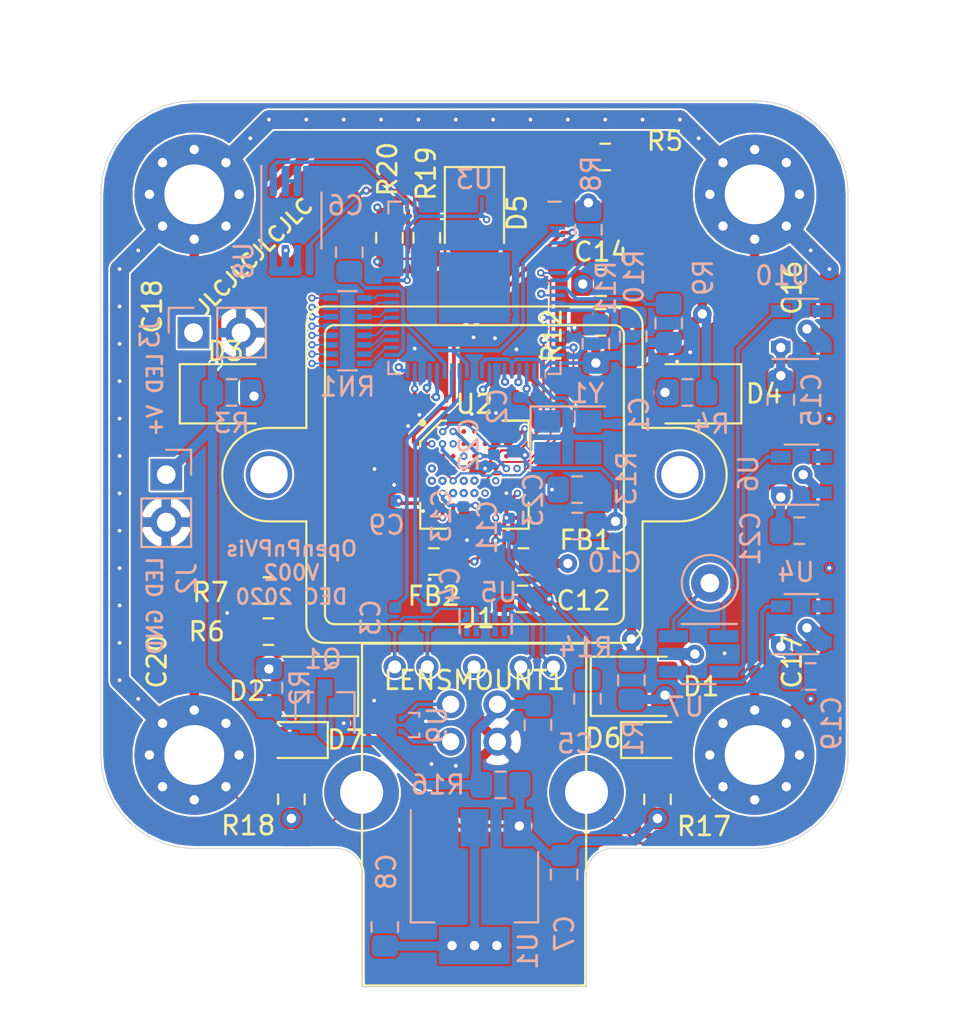
<source format=kicad_pcb>
(kicad_pcb (version 20171130) (host pcbnew "(5.1.6)-1")
  (layers (0 F.Cu signal) (1 In1.Cu signal) (2 In2.Cu signal) (31 B.Cu signal) (34 B.Paste user) (35 F.Paste user) (36 B.SilkS user) (37 F.SilkS user) (38 B.Mask user) (39 F.Mask user) (44 Edge.Cuts user))
  (net 0 "")
  (net 1 +3V3)
  (net 2 +5V)
  (net 3 GND)
  (net 4 "Net-(D1-Pad2)")
  (net 5 "Net-(D2-Pad2)")
  (net 6 "Net-(D3-Pad2)")
  (net 7 "Net-(D4-Pad2)")
  (net 8 "Net-(D5-Pad2)")
  (net 9 /H_Valid)
  (net 10 /P_CLK)
  (net 11 /MIPI_CH2_p)
  (net 12 /MIPI_CH2_n)
  (net 13 /F_VALID)
  (net 14 /MIPI_CH1_p)
  (net 15 /MIPI_CH1_n)
  (net 16 /FLASH_SIG)
  (net 17 "Net-(U2-PadA7)")
  (net 18 "Net-(U2-PadE9)")
  (net 19 "Net-(U2-PadG9)")
  (net 20 GNDA)
  (net 21 "Net-(U3-Pad19)")
  (net 22 "Net-(U3-Pad16)")
  (net 23 /C_DAT7)
  (net 24 /C_DAT5)
  (net 25 /C_DAT6)
  (net 26 /C_DAT2)
  (net 27 /C_DAT4)
  (net 28 /C_DAT1)
  (net 29 /C_DAT3)
  (net 30 /C_DAT0)
  (net 31 /USB_D+)
  (net 32 /USB_D-)
  (net 33 /VIN)
  (net 34 /USB_SSRX+)
  (net 35 /USB_SSTX-)
  (net 36 /USB_SSTX+)
  (net 37 /USB_SSRX-)
  (net 38 /XI)
  (net 39 /XO)
  (net 40 "Net-(R6-Pad2)")
  (net 41 "Net-(R8-Pad2)")
  (net 42 "Net-(R9-Pad2)")
  (net 43 "Net-(R10-Pad2)")
  (net 44 "Net-(R11-Pad2)")
  (net 45 "Net-(R12-Pad2)")
  (net 46 "Net-(R13-Pad2)")
  (net 47 /SDA)
  (net 48 /SCL)
  (net 49 /~OE)
  (net 50 /DV10)
  (net 51 /MIPI_CLK_p)
  (net 52 /MIPI_CLK_n)
  (net 53 "Net-(U4-Pad4)")
  (net 54 "Net-(U6-Pad4)")
  (net 55 +2V8)
  (net 56 +1V2)
  (net 57 /1V2_EN)
  (net 58 /33MHZ_CLK)
  (net 59 /66MHZ_CLK)
  (net 60 /~33MHZ_CLK)
  (net 61 Earth)
  (net 62 "Net-(U5-Pad10)")
  (net 63 "Net-(U5-Pad7)")
  (net 64 "Net-(U5-Pad6)")
  (net 65 "Net-(U5-Pad9)")
  (net 66 "Net-(D6-Pad2)")
  (net 67 "Net-(D7-Pad2)")
  (net 68 /2V8_EN)
  (net 69 /Sensor_CLK)
  (net 70 /LED_V+)
  (net 71 /AT_TINY_RST)
  (net 72 "Net-(U2-PadC1)")
  (net 73 "Net-(U2-PadD2)")
  (net 74 "Net-(U2-PadD3)")
  (net 75 "Net-(U2-PadD4)")
  (net 76 /CAM_TRIG)
  (net 77 /USB_SSTX-_C)
  (net 78 /USB_SSTX+_C)
  (net 79 /VAA)
  (net 80 +2V5)
  (net 81 /2V5_EN)
  (net 82 "Net-(U10-Pad4)")
  (net 83 "Net-(RN1-Pad10)")
  (net 84 "Net-(RN1-Pad12)")
  (net 85 "Net-(RN1-Pad11)")
  (net 86 "Net-(RN1-Pad13)")
  (net 87 "Net-(RN1-Pad14)")
  (net 88 "Net-(RN1-Pad15)")
  (net 89 "Net-(RN1-Pad9)")
  (net 90 "Net-(RN1-Pad16)")
  (module Capacitor_SMD:C_0402_1005Metric (layer B.Cu) (at 150.75 112.6 90)
    (fp_text reference C3 (at -0.05 -1.3 90) (layer B.SilkS) (effects (justify mirror)))
    (fp_text value 100nF)
    (pad 2 smd roundrect (at 0.485 0 90) (size 0.59 0.64) (layers B.Cu B.Paste B.Mask) (net 35 /USB_SSTX-))
    (pad 1 smd roundrect (at -0.485 0 90) (size 0.59 0.64) (layers B.Cu B.Paste B.Mask) (net 77 /USB_SSTX-_C))
  )
  (module Capacitor_SMD:C_0402_1005Metric (layer B.Cu) (at 152.45 112.6 90)
    (fp_text reference C4 (at 1.7 1.25 270) (layer B.SilkS) (effects (justify mirror)))
    (fp_text value 100nF)
    (pad 2 smd roundrect (at 0.485 0 90) (size 0.59 0.64) (layers B.Cu B.Paste B.Mask) (net 36 /USB_SSTX+))
    (pad 1 smd roundrect (at -0.485 0 90) (size 0.59 0.64) (layers B.Cu B.Paste B.Mask) (net 78 /USB_SSTX+_C))
  )
  (module Capacitor_SMD:C_0805_2012Metric_Pad1.15x1.40mm_HandSolder (layer B.Cu) (at 159.8 126.4 270)
    (fp_text reference C7 (at 3.15 -0.02 270) (layer B.SilkS) (effects (justify mirror)))
    (fp_text value 10uF)
    (pad 2 smd roundrect (at 1.025 0 270) (size 1.15 1.4) (layers B.Cu B.Paste B.Mask) (roundrect_rratio 0.217391) (net 3 GND))
    (pad 1 smd roundrect (at -1.025 0 270) (size 1.15 1.4) (layers B.Cu B.Paste B.Mask) (roundrect_rratio 0.217391) (net 2 +5V))
  )
  (module Capacitor_SMD:C_0805_2012Metric_Pad1.15x1.40mm_HandSolder (layer B.Cu) (at 150.2 129.2 90)
    (fp_text reference C8 (at 2.95 0.09 270) (layer B.SilkS) (effects (justify mirror)))
    (fp_text value 10uF)
    (pad 2 smd roundrect (at 1.025 0 90) (size 1.15 1.4) (layers B.Cu B.Paste B.Mask) (roundrect_rratio 0.217391) (net 3 GND))
    (pad 1 smd roundrect (at -1.025 0 90) (size 1.15 1.4) (layers B.Cu B.Paste B.Mask) (roundrect_rratio 0.217391) (net 1 +3V3))
  )
  (module Capacitor_SMD:C_0402_1005Metric (layer F.Cu) (at 170 95 90)
    (fp_text reference C16 (at 0 2 90) (layer F.SilkS))
    (fp_text value 100nF)
    (pad 2 smd roundrect (at 0.485 0 90) (size 0.59 0.64) (layers F.Cu F.Paste F.Mask) (net 61 Earth))
    (pad 1 smd roundrect (at -0.485 0 90) (size 0.59 0.64) (layers F.Cu F.Paste F.Mask) (net 3 GND))
  )
  (module Capacitor_SMD:C_0402_1005Metric (layer F.Cu) (at 140 95 90)
    (fp_text reference C18 (at -1 -2.25 90) (layer F.SilkS))
    (fp_text value 100nF)
    (pad 2 smd roundrect (at 0.485 0 90) (size 0.59 0.64) (layers F.Cu F.Paste F.Mask) (net 61 Earth))
    (pad 1 smd roundrect (at -0.485 0 90) (size 0.59 0.64) (layers F.Cu F.Paste F.Mask) (net 3 GND))
  )
  (module Capacitor_SMD:C_0805_2012Metric_Pad1.15x1.40mm_HandSolder (layer B.Cu) (at 173 115.8 180)
    (fp_text reference C19 (at -1.13 -2.5 270) (layer B.SilkS) (effects (justify mirror)))
    (fp_text value 10uF)
    (pad 2 smd roundrect (at 1.025 0 180) (size 1.15 1.4) (layers B.Cu B.Paste B.Mask) (roundrect_rratio 0.217391) (net 1 +3V3))
    (pad 1 smd roundrect (at -1.025 0 180) (size 1.15 1.4) (layers B.Cu B.Paste B.Mask) (roundrect_rratio 0.217391) (net 3 GND))
  )
  (module Capacitor_SMD:C_0805_2012Metric_Pad1.15x1.40mm_HandSolder (layer B.Cu) (at 172.4 108 180)
    (fp_text reference C21 (at 2.62 -0.42 90) (layer B.SilkS) (effects (justify mirror)))
    (fp_text value 10uF)
    (pad 2 smd roundrect (at 1.025 0 180) (size 1.15 1.4) (layers B.Cu B.Paste B.Mask) (roundrect_rratio 0.217391) (net 1 +3V3))
    (pad 1 smd roundrect (at -1.025 0 180) (size 1.15 1.4) (layers B.Cu B.Paste B.Mask) (roundrect_rratio 0.217391) (net 3 GND))
  )
  (module LED_SMD:LED_1210_3225Metric_Pad1.42x2.65mm_HandSolder (layer F.Cu) (at 163.6875 116.326237)
    (fp_text reference D1 (at 3.4525 0.013763) (layer F.SilkS))
    (fp_text value LED)
    (pad 2 smd roundrect (at 1.4875 0) (size 1.425 2.65) (layers F.Cu F.Paste F.Mask) (roundrect_rratio 0.175439) (net 4 "Net-(D1-Pad2)"))
    (pad 1 smd roundrect (at -1.4875 0) (size 1.425 2.65) (layers F.Cu F.Paste F.Mask) (roundrect_rratio 0.175439) (net 3 GND))
  )
  (module LED_SMD:LED_1210_3225Metric_Pad1.42x2.65mm_HandSolder (layer F.Cu) (at 146.3125 116.326237 180)
    (fp_text reference D2 (at 3.4825 -0.253763) (layer F.SilkS))
    (fp_text value LED)
    (pad 2 smd roundrect (at 1.4875 0 180) (size 1.425 2.65) (layers F.Cu F.Paste F.Mask) (roundrect_rratio 0.175439) (net 5 "Net-(D2-Pad2)"))
    (pad 1 smd roundrect (at -1.4875 0 180) (size 1.425 2.65) (layers F.Cu F.Paste F.Mask) (roundrect_rratio 0.175439) (net 3 GND))
  )
  (module LED_SMD:LED_0805_2012Metric (layer F.Cu) (at 164.5375 119.2)
    (fp_text reference D6 (at -2.6375 -0.1) (layer F.SilkS))
    (fp_text value LED)
    (pad 2 smd roundrect (at 0.9375 0) (size 0.975 1.4) (layers F.Cu F.Paste F.Mask) (net 66 "Net-(D6-Pad2)"))
    (pad 1 smd roundrect (at -0.9375 0) (size 0.975 1.4) (layers F.Cu F.Paste F.Mask) (net 3 GND))
  )
  (module LED_SMD:LED_0805_2012Metric (layer F.Cu) (at 145.4625 119.2 180)
    (fp_text reference D7 (at -2.6275 0.01) (layer F.SilkS))
    (fp_text value LED)
    (pad 2 smd roundrect (at 0.9375 0 180) (size 0.975 1.4) (layers F.Cu F.Paste F.Mask) (net 67 "Net-(D7-Pad2)"))
    (pad 1 smd roundrect (at -0.9375 0 180) (size 0.975 1.4) (layers F.Cu F.Paste F.Mask) (net 3 GND))
  )
  (module Package_TO_SOT_SMD:SOT-23-5 (layer B.Cu) (at 172.5 113)
    (fp_text reference U4 (at -0.28 -2.78 180) (layer B.SilkS) (effects (justify mirror)))
    (fp_text value AP2127K-2.8)
    (pad 5 smd rect (at 1.1 0.95) (size 1.06 0.65) (layers B.Cu B.Paste B.Mask) (net 55 +2V8))
    (pad 4 smd rect (at 1.1 -0.95) (size 1.06 0.65) (layers B.Cu B.Paste B.Mask) (net 53 "Net-(U4-Pad4)"))
    (pad 3 smd rect (at -1.1 -0.95) (size 1.06 0.65) (layers B.Cu B.Paste B.Mask) (net 68 /2V8_EN))
    (pad 2 smd rect (at -1.1 0) (size 1.06 0.65) (layers B.Cu B.Paste B.Mask) (net 3 GND))
    (pad 1 smd rect (at -1.1 0.95) (size 1.06 0.65) (layers B.Cu B.Paste B.Mask) (net 1 +3V3))
  )
  (module Package_TO_SOT_SMD:SOT-23-5 (layer B.Cu) (at 172.5 105)
    (fp_text reference U6 (at -2.83 -0.05 90) (layer B.SilkS) (effects (justify mirror)))
    (fp_text value AP2127K-1.2)
    (pad 5 smd rect (at 1.1 0.95) (size 1.06 0.65) (layers B.Cu B.Paste B.Mask) (net 56 +1V2))
    (pad 4 smd rect (at 1.1 -0.95) (size 1.06 0.65) (layers B.Cu B.Paste B.Mask) (net 54 "Net-(U6-Pad4)"))
    (pad 3 smd rect (at -1.1 -0.95) (size 1.06 0.65) (layers B.Cu B.Paste B.Mask) (net 57 /1V2_EN))
    (pad 2 smd rect (at -1.1 0) (size 1.06 0.65) (layers B.Cu B.Paste B.Mask) (net 3 GND))
    (pad 1 smd rect (at -1.1 0.95) (size 1.06 0.65) (layers B.Cu B.Paste B.Mask) (net 1 +3V3))
  )
  (module Package_TO_SOT_SMD:SOT-23-6_Handsoldering (layer B.Cu) (at 167 114.6 180)
    (fp_text reference U7 (at 0.7 -2.83) (layer B.SilkS) (effects (justify mirror)))
    (fp_text value ATtiny10-TS)
    (pad 5 smd rect (at 1.35 0 180) (size 1.56 0.65) (layers B.Cu B.Paste B.Mask) (net 2 +5V))
    (pad 6 smd rect (at 1.35 0.95 180) (size 1.56 0.65) (layers B.Cu B.Paste B.Mask) (net 71 /AT_TINY_RST))
    (pad 4 smd rect (at 1.35 -0.95 180) (size 1.56 0.65) (layers B.Cu B.Paste B.Mask) (net 68 /2V8_EN))
    (pad 3 smd rect (at -1.35 -0.95 180) (size 1.56 0.65) (layers B.Cu B.Paste B.Mask) (net 57 /1V2_EN))
    (pad 2 smd rect (at -1.35 0 180) (size 1.56 0.65) (layers B.Cu B.Paste B.Mask) (net 3 GND))
    (pad 1 smd rect (at -1.35 0.95 180) (size 1.56 0.65) (layers B.Cu B.Paste B.Mask) (net 81 /2V5_EN))
  )
  (module Package_TO_SOT_SMD:Texas_DRT-3 (layer B.Cu) (at 151.5 118.4 90)
    (fp_text reference U9 (at 0 1.5 270) (layer B.SilkS) (effects (justify mirror)))
    (fp_text value TPD2EUSB30)
    (pad 3 smd rect (at 0 0.425 90) (size 0.3 0.3) (layers B.Cu B.Paste B.Mask) (net 3 GND))
    (pad 2 smd rect (at 0.35 -0.425 90) (size 0.3 0.3) (layers B.Cu B.Paste B.Mask) (net 32 /USB_D-))
    (pad 1 smd rect (at -0.35 -0.425 90) (size 0.3 0.3) (layers B.Cu B.Paste B.Mask) (net 31 /USB_D+))
  )
  (module Resistor_SMD:R_0805_2012Metric_Pad1.15x1.40mm_HandSolder (layer F.Cu) (at 145.2 122.375 90)
    (fp_text reference R18 (at -1.405 -2.31 180) (layer F.SilkS))
    (fp_text value 100)
    (pad 2 smd roundrect (at 1.025 0 90) (size 1.15 1.4) (layers F.Cu F.Paste F.Mask) (roundrect_rratio 0.217391) (net 67 "Net-(D7-Pad2)"))
    (pad 1 smd roundrect (at -1.025 0 90) (size 1.15 1.4) (layers F.Cu F.Paste F.Mask) (roundrect_rratio 0.217391) (net 1 +3V3))
  )
  (module Resistor_SMD:R_0805_2012Metric_Pad1.15x1.40mm_HandSolder (layer B.Cu) (at 163.4 116 270)
    (fp_text reference R1 (at 3.09 -0.11 90) (layer B.SilkS) (effects (justify mirror)))
    (fp_text value 100)
    (pad 2 smd roundrect (at 1.025 0 270) (size 1.15 1.4) (layers B.Cu B.Paste B.Mask) (roundrect_rratio 0.217391) (net 4 "Net-(D1-Pad2)"))
    (pad 1 smd roundrect (at -1.025 0 270) (size 1.15 1.4) (layers B.Cu B.Paste B.Mask) (roundrect_rratio 0.217391) (net 70 /LED_V+))
  )
  (module OpenPnPVis:U235-091N-4BLRC16-4-5 (layer F.Cu) (at 154.98 122.04)
    (fp_text reference J1 (at 0.25 -9.35) (layer F.SilkS))
    (fp_text value USB3_B)
    (pad 10 thru_hole circle (at -6.02 -0.04) (size 4 4) (drill 2.3) (layers *.Cu *.Mask) (net 61 Earth))
    (pad 10 thru_hole circle (at 6.02 -0.04) (size 4 4) (drill 2.3) (layers *.Cu *.Mask) (net 61 Earth))
    (pad 4 thru_hole circle (at 1.25 -2.75) (size 1.5 1.5) (drill 0.92) (layers *.Cu *.Mask) (net 3 GND))
    (pad 3 thru_hole circle (at -1.25 -2.75) (size 1.5 1.5) (drill 0.92) (layers *.Cu *.Mask) (net 31 /USB_D+))
    (pad 2 thru_hole circle (at -1.25 -4.75) (size 1.5 1.5) (drill 0.92) (layers *.Cu *.Mask) (net 32 /USB_D-))
    (pad 1 thru_hole circle (at 1.25 -4.75) (size 1.5 1.5) (drill 0.92) (layers *.Cu *.Mask) (net 33 /VIN))
    (pad 9 thru_hole circle (at 4.25 -6.75) (size 1.2 1.2) (drill 0.7) (layers *.Cu *.Mask) (net 34 /USB_SSRX+))
    (pad 5 thru_hole circle (at -4.25 -6.75) (size 1.2 1.2) (drill 0.7) (layers *.Cu *.Mask) (net 77 /USB_SSTX-_C))
    (pad 6 thru_hole circle (at -2.5 -6.75) (size 1.2 1.2) (drill 0.7) (layers *.Cu *.Mask) (net 78 /USB_SSTX+_C))
    (pad 8 thru_hole circle (at 2.5 -6.75) (size 1.2 1.2) (drill 0.7) (layers *.Cu *.Mask) (net 37 /USB_SSRX-))
    (pad 7 thru_hole circle (at 0 -6.75) (size 1.2 1.2) (drill 0.7) (layers *.Cu *.Mask) (net 61 Earth))
  )
  (module Capacitor_SMD:C_0402_1005Metric (layer F.Cu) (at 140 114.85 270)
    (fp_text reference C20 (at 0.15 2 90) (layer F.SilkS))
    (fp_text value 100nF)
    (pad 2 smd roundrect (at 0.485 0 270) (size 0.59 0.64) (layers F.Cu F.Paste F.Mask) (net 61 Earth))
    (pad 1 smd roundrect (at -0.485 0 270) (size 0.59 0.64) (layers F.Cu F.Paste F.Mask) (net 3 GND))
  )
  (module Capacitor_SMD:C_0402_1005Metric (layer F.Cu) (at 170 115 270)
    (fp_text reference C17 (at 0 -2 270) (layer F.SilkS))
    (fp_text value 100nF)
    (pad 2 smd roundrect (at 0.485 0 270) (size 0.59 0.64) (layers F.Cu F.Paste F.Mask) (net 61 Earth))
    (pad 1 smd roundrect (at -0.485 0 270) (size 0.59 0.64) (layers F.Cu F.Paste F.Mask) (net 3 GND))
  )
  (module Resistor_SMD:R_0805_2012Metric_Pad1.15x1.40mm_HandSolder (layer F.Cu) (at 152.825 109.65)
    (fp_text reference FB2 (at 0 1.85) (layer F.SilkS))
    (fp_text value Ferrite_Bead_Small)
    (pad 2 smd roundrect (at 1.025 0) (size 1.15 1.4) (layers F.Cu F.Paste F.Mask) (roundrect_rratio 0.217391) (net 20 GNDA))
    (pad 1 smd roundrect (at -1.025 0) (size 1.15 1.4) (layers F.Cu F.Paste F.Mask) (roundrect_rratio 0.217391) (net 3 GND))
  )
  (module Package_TO_SOT_SMD:SOT-23-5 (layer B.Cu) (at 172.5 97.2)
    (fp_text reference U10 (at -1 -2.85) (layer B.SilkS) (effects (justify mirror)))
    (fp_text value AP2127K-2.5)
    (pad 5 smd rect (at 1.1 0.95) (size 1.06 0.65) (layers B.Cu B.Paste B.Mask) (net 80 +2V5))
    (pad 4 smd rect (at 1.1 -0.95) (size 1.06 0.65) (layers B.Cu B.Paste B.Mask) (net 82 "Net-(U10-Pad4)"))
    (pad 3 smd rect (at -1.1 -0.95) (size 1.06 0.65) (layers B.Cu B.Paste B.Mask) (net 81 /2V5_EN))
    (pad 2 smd rect (at -1.1 0) (size 1.06 0.65) (layers B.Cu B.Paste B.Mask) (net 3 GND))
    (pad 1 smd rect (at -1.1 0.95) (size 1.06 0.65) (layers B.Cu B.Paste B.Mask) (net 1 +3V3))
  )
  (module Capacitor_SMD:C_0805_2012Metric_Pad1.15x1.40mm_HandSolder (layer B.Cu) (at 171.4 101 90)
    (fp_text reference C15 (at 0 1.65 90) (layer B.SilkS) (effects (justify mirror)))
    (fp_text value 10uF)
    (pad 2 smd roundrect (at 1.025 0 90) (size 1.15 1.4) (layers B.Cu B.Paste B.Mask) (roundrect_rratio 0.217391) (net 1 +3V3))
    (pad 1 smd roundrect (at -1.025 0 90) (size 1.15 1.4) (layers B.Cu B.Paste B.Mask) (roundrect_rratio 0.217391) (net 3 GND))
  )
  (module Package_SON:USON-10_2.5x1.0mm_P0.5mm (layer B.Cu) (at 155.6 113 270)
    (fp_text reference U5 (at -1.7 -0.7 180) (layer B.SilkS) (effects (justify mirror)))
    (fp_text value TPD4EUSB30)
    (pad 8 smd rect (at 0.385 0) (size 0.4 0.55) (layers B.Cu B.Paste B.Mask) (net 3 GND))
    (pad 10 smd rect (at 0.385 1) (size 0.3 0.55) (layers B.Cu B.Paste B.Mask) (net 62 "Net-(U5-Pad10)"))
    (pad 7 smd rect (at 0.385 -0.5) (size 0.3 0.55) (layers B.Cu B.Paste B.Mask) (net 63 "Net-(U5-Pad7)"))
    (pad 6 smd rect (at 0.385 -1) (size 0.3 0.55) (layers B.Cu B.Paste B.Mask) (net 64 "Net-(U5-Pad6)"))
    (pad 9 smd rect (at 0.385 0.5) (size 0.3 0.55) (layers B.Cu B.Paste B.Mask) (net 65 "Net-(U5-Pad9)"))
    (pad 5 smd rect (at -0.385 -1) (size 0.3 0.55) (layers B.Cu B.Paste B.Mask) (net 37 /USB_SSRX-))
    (pad 4 smd rect (at -0.385 -0.5) (size 0.3 0.55) (layers B.Cu B.Paste B.Mask) (net 34 /USB_SSRX+))
    (pad 3 smd rect (at -0.385 0) (size 0.4 0.55) (layers B.Cu B.Paste B.Mask) (net 3 GND))
    (pad 2 smd rect (at -0.385 0.5) (size 0.3 0.55) (layers B.Cu B.Paste B.Mask) (net 77 /USB_SSTX-_C))
    (pad 1 smd rect (at -0.385 1) (size 0.3 0.55) (layers B.Cu B.Paste B.Mask) (net 78 /USB_SSTX+_C))
  )
  (module Resistor_SMD:R_0805_2012Metric_Pad1.15x1.40mm_HandSolder (layer F.Cu) (at 162 88 180)
    (fp_text reference R5 (at -3.2 0.85 180) (layer F.SilkS))
    (fp_text value 100)
    (pad 2 smd roundrect (at 1.025 0 180) (size 1.15 1.4) (layers F.Cu F.Paste F.Mask) (roundrect_rratio 0.217391) (net 8 "Net-(D5-Pad2)"))
    (pad 1 smd roundrect (at -1.025 0 180) (size 1.15 1.4) (layers F.Cu F.Paste F.Mask) (roundrect_rratio 0.217391) (net 70 /LED_V+))
  )
  (module Resistor_SMD:R_0805_2012Metric_Pad1.15x1.40mm_HandSolder (layer B.Cu) (at 161.05 117 270)
    (fp_text reference R14 (at -2.75 0.1) (layer B.SilkS) (effects (justify mirror)))
    (fp_text value 0R)
    (pad 2 smd roundrect (at 1.025 0 270) (size 1.15 1.4) (layers B.Cu B.Paste B.Mask) (roundrect_rratio 0.217391) (net 3 GND))
    (pad 1 smd roundrect (at -1.025 0 270) (size 1.15 1.4) (layers B.Cu B.Paste B.Mask) (roundrect_rratio 0.217391) (net 20 GNDA))
  )
  (module TestPoint:TestPoint_Loop_D1.80mm_Drill1.0mm_Beaded (layer B.Cu) (at 167.6 110.8)
    (fp_text reference TP1 hide)
    (fp_text value TestPoint)
    (pad 1 thru_hole circle (at 0 0) (size 2 2) (drill 1) (layers *.Cu *.Mask) (net 71 /AT_TINY_RST))
  )
  (module LED_SMD:LED_1210_3225Metric_Pad1.42x2.65mm_HandSolder (layer F.Cu) (at 155 91 270)
    (fp_text reference D5 (at 0 -2.28 90) (layer F.SilkS))
    (fp_text value LED)
    (pad 2 smd roundrect (at 1.4875 0 270) (size 1.425 2.65) (layers F.Cu F.Paste F.Mask) (roundrect_rratio 0.175439) (net 8 "Net-(D5-Pad2)"))
    (pad 1 smd roundrect (at -1.4875 0 270) (size 1.425 2.65) (layers F.Cu F.Paste F.Mask) (roundrect_rratio 0.175439) (net 3 GND))
  )
  (module LED_SMD:LED_1210_3225Metric_Pad1.42x2.65mm_HandSolder (layer F.Cu) (at 166.827291 100.673763 180)
    (fp_text reference D4 (at -3.672709 0.003763) (layer F.SilkS))
    (fp_text value LED)
    (pad 2 smd roundrect (at 1.4875 0 180) (size 1.425 2.65) (layers F.Cu F.Paste F.Mask) (roundrect_rratio 0.175439) (net 7 "Net-(D4-Pad2)"))
    (pad 1 smd roundrect (at -1.4875 0 180) (size 1.425 2.65) (layers F.Cu F.Paste F.Mask) (roundrect_rratio 0.175439) (net 3 GND))
  )
  (module LED_SMD:LED_1210_3225Metric_Pad1.42x2.65mm_HandSolder (layer F.Cu) (at 141.685209 100.673763)
    (fp_text reference D3 (at 0 -2.28) (layer F.SilkS))
    (fp_text value LED)
    (pad 2 smd roundrect (at 1.4875 0) (size 1.425 2.65) (layers F.Cu F.Paste F.Mask) (roundrect_rratio 0.175439) (net 6 "Net-(D3-Pad2)"))
    (pad 1 smd roundrect (at -1.4875 0) (size 1.425 2.65) (layers F.Cu F.Paste F.Mask) (roundrect_rratio 0.175439) (net 3 GND))
  )
  (module MountingHole:MountingHole_3.2mm_M3_Pad_Via (layer F.Cu) (at 140 90)
    (fp_text reference H4 hide)
    (fp_text value M3)
    (pad 1 thru_hole circle (at 1.697056 -1.697056) (size 0.8 0.8) (drill 0.5) (layers *.Cu *.Mask) (net 61 Earth))
    (pad 1 thru_hole circle (at 0 -2.4) (size 0.8 0.8) (drill 0.5) (layers *.Cu *.Mask) (net 61 Earth))
    (pad 1 thru_hole circle (at -1.697056 -1.697056) (size 0.8 0.8) (drill 0.5) (layers *.Cu *.Mask) (net 61 Earth))
    (pad 1 thru_hole circle (at -2.4 0) (size 0.8 0.8) (drill 0.5) (layers *.Cu *.Mask) (net 61 Earth))
    (pad 1 thru_hole circle (at -1.697056 1.697056) (size 0.8 0.8) (drill 0.5) (layers *.Cu *.Mask) (net 61 Earth))
    (pad 1 thru_hole circle (at 0 2.4) (size 0.8 0.8) (drill 0.5) (layers *.Cu *.Mask) (net 61 Earth))
    (pad 1 thru_hole circle (at 1.697056 1.697056) (size 0.8 0.8) (drill 0.5) (layers *.Cu *.Mask) (net 61 Earth))
    (pad 1 thru_hole circle (at 2.4 0) (size 0.8 0.8) (drill 0.5) (layers *.Cu *.Mask) (net 61 Earth))
    (pad 1 thru_hole circle (at 0 0) (size 6.4 6.4) (drill 3.2) (layers *.Cu *.Mask) (net 61 Earth))
  )
  (module MountingHole:MountingHole_3.2mm_M3_Pad_Via (layer F.Cu) (at 170 90)
    (fp_text reference H3 hide)
    (fp_text value M3)
    (pad 1 thru_hole circle (at 1.697056 -1.697056) (size 0.8 0.8) (drill 0.5) (layers *.Cu *.Mask) (net 61 Earth))
    (pad 1 thru_hole circle (at 0 -2.4) (size 0.8 0.8) (drill 0.5) (layers *.Cu *.Mask) (net 61 Earth))
    (pad 1 thru_hole circle (at -1.697056 -1.697056) (size 0.8 0.8) (drill 0.5) (layers *.Cu *.Mask) (net 61 Earth))
    (pad 1 thru_hole circle (at -2.4 0) (size 0.8 0.8) (drill 0.5) (layers *.Cu *.Mask) (net 61 Earth))
    (pad 1 thru_hole circle (at -1.697056 1.697056) (size 0.8 0.8) (drill 0.5) (layers *.Cu *.Mask) (net 61 Earth))
    (pad 1 thru_hole circle (at 0 2.4) (size 0.8 0.8) (drill 0.5) (layers *.Cu *.Mask) (net 61 Earth))
    (pad 1 thru_hole circle (at 1.697056 1.697056) (size 0.8 0.8) (drill 0.5) (layers *.Cu *.Mask) (net 61 Earth))
    (pad 1 thru_hole circle (at 2.4 0) (size 0.8 0.8) (drill 0.5) (layers *.Cu *.Mask) (net 61 Earth))
    (pad 1 thru_hole circle (at 0 0) (size 6.4 6.4) (drill 3.2) (layers *.Cu *.Mask) (net 61 Earth))
  )
  (module MountingHole:MountingHole_3.2mm_M3_Pad_Via (layer F.Cu) (at 170 120)
    (fp_text reference H2 hide)
    (fp_text value M3)
    (pad 1 thru_hole circle (at 1.697056 -1.697056) (size 0.8 0.8) (drill 0.5) (layers *.Cu *.Mask) (net 61 Earth))
    (pad 1 thru_hole circle (at 0 -2.4) (size 0.8 0.8) (drill 0.5) (layers *.Cu *.Mask) (net 61 Earth))
    (pad 1 thru_hole circle (at -1.697056 -1.697056) (size 0.8 0.8) (drill 0.5) (layers *.Cu *.Mask) (net 61 Earth))
    (pad 1 thru_hole circle (at -2.4 0) (size 0.8 0.8) (drill 0.5) (layers *.Cu *.Mask) (net 61 Earth))
    (pad 1 thru_hole circle (at -1.697056 1.697056) (size 0.8 0.8) (drill 0.5) (layers *.Cu *.Mask) (net 61 Earth))
    (pad 1 thru_hole circle (at 0 2.4) (size 0.8 0.8) (drill 0.5) (layers *.Cu *.Mask) (net 61 Earth))
    (pad 1 thru_hole circle (at 1.697056 1.697056) (size 0.8 0.8) (drill 0.5) (layers *.Cu *.Mask) (net 61 Earth))
    (pad 1 thru_hole circle (at 2.4 0) (size 0.8 0.8) (drill 0.5) (layers *.Cu *.Mask) (net 61 Earth))
    (pad 1 thru_hole circle (at 0 0) (size 6.4 6.4) (drill 3.2) (layers *.Cu *.Mask) (net 61 Earth))
  )
  (module MountingHole:MountingHole_3.2mm_M3_Pad_Via (layer F.Cu) (at 140 120)
    (fp_text reference H1 hide)
    (fp_text value M3)
    (pad 1 thru_hole circle (at 1.697056 -1.697056) (size 0.8 0.8) (drill 0.5) (layers *.Cu *.Mask) (net 61 Earth))
    (pad 1 thru_hole circle (at 0 -2.4) (size 0.8 0.8) (drill 0.5) (layers *.Cu *.Mask) (net 61 Earth))
    (pad 1 thru_hole circle (at -1.697056 -1.697056) (size 0.8 0.8) (drill 0.5) (layers *.Cu *.Mask) (net 61 Earth))
    (pad 1 thru_hole circle (at -2.4 0) (size 0.8 0.8) (drill 0.5) (layers *.Cu *.Mask) (net 61 Earth))
    (pad 1 thru_hole circle (at -1.697056 1.697056) (size 0.8 0.8) (drill 0.5) (layers *.Cu *.Mask) (net 61 Earth))
    (pad 1 thru_hole circle (at 0 2.4) (size 0.8 0.8) (drill 0.5) (layers *.Cu *.Mask) (net 61 Earth))
    (pad 1 thru_hole circle (at 1.697056 1.697056) (size 0.8 0.8) (drill 0.5) (layers *.Cu *.Mask) (net 61 Earth))
    (pad 1 thru_hole circle (at 2.4 0) (size 0.8 0.8) (drill 0.5) (layers *.Cu *.Mask) (net 61 Earth))
    (pad 1 thru_hole circle (at 0 0) (size 6.4 6.4) (drill 3.2) (layers *.Cu *.Mask) (net 61 Earth))
  )
  (module Resistor_SMD:R_0805_2012Metric_Pad1.15x1.40mm_HandSolder (layer F.Cu) (at 164.8 122.375 90)
    (fp_text reference R17 (at -1.445 2.49 180) (layer F.SilkS))
    (fp_text value 100)
    (pad 2 smd roundrect (at 1.025 0 90) (size 1.15 1.4) (layers F.Cu F.Paste F.Mask) (roundrect_rratio 0.217391) (net 66 "Net-(D6-Pad2)"))
    (pad 1 smd roundrect (at -1.025 0 90) (size 1.15 1.4) (layers F.Cu F.Paste F.Mask) (roundrect_rratio 0.217391) (net 2 +5V))
  )
  (module Resistor_SMD:R_0805_2012Metric_Pad1.15x1.40mm_HandSolder (layer B.Cu) (at 156.4 121.6)
    (fp_text reference R16 (at -3.36 0) (layer B.SilkS) (effects (justify mirror)))
    (fp_text value 0R)
    (pad 2 smd roundrect (at 1.025 0) (size 1.15 1.4) (layers B.Cu B.Paste B.Mask) (roundrect_rratio 0.217391) (net 2 +5V))
    (pad 1 smd roundrect (at -1.025 0) (size 1.15 1.4) (layers B.Cu B.Paste B.Mask) (roundrect_rratio 0.217391) (net 33 /VIN))
  )
  (module Package_TO_SOT_SMD:SOT-23 (layer B.Cu) (at 147 117.4 90)
    (fp_text reference Q1 (at 2.53 -0.11 180) (layer B.SilkS) (effects (justify mirror)))
    (fp_text value CJ2305)
    (pad 3 smd rect (at 1 0 90) (size 0.9 0.8) (layers B.Cu B.Paste B.Mask) (net 33 /VIN))
    (pad 2 smd rect (at -1 -0.95 90) (size 0.9 0.8) (layers B.Cu B.Paste B.Mask) (net 70 /LED_V+))
    (pad 1 smd rect (at -1 0.95 90) (size 0.9 0.8) (layers B.Cu B.Paste B.Mask) (net 16 /FLASH_SIG))
  )
  (module Capacitor_SMD:C_0805_2012Metric_Pad1.15x1.40mm_HandSolder (layer B.Cu) (at 158.4 118.4 270)
    (fp_text reference C5 (at 1 -2) (layer B.SilkS) (effects (justify mirror)))
    (fp_text value 10uF)
    (pad 2 smd roundrect (at 1.025 0 270) (size 1.15 1.4) (layers B.Cu B.Paste B.Mask) (roundrect_rratio 0.217391) (net 3 GND))
    (pad 1 smd roundrect (at -1.025 0 270) (size 1.15 1.4) (layers B.Cu B.Paste B.Mask) (roundrect_rratio 0.217391) (net 33 /VIN))
  )
  (module Resistor_SMD:R_0805_2012Metric_Pad1.15x1.40mm_HandSolder (layer B.Cu) (at 166.4 100.6 180)
    (fp_text reference R4 (at -1.3 -1.7) (layer B.SilkS) (effects (justify mirror)))
    (fp_text value 100)
    (pad 2 smd roundrect (at 1.025 0 180) (size 1.15 1.4) (layers B.Cu B.Paste B.Mask) (roundrect_rratio 0.217391) (net 7 "Net-(D4-Pad2)"))
    (pad 1 smd roundrect (at -1.025 0 180) (size 1.15 1.4) (layers B.Cu B.Paste B.Mask) (roundrect_rratio 0.217391) (net 70 /LED_V+))
  )
  (module Resistor_SMD:R_0805_2012Metric_Pad1.15x1.40mm_HandSolder (layer B.Cu) (at 142 100.6)
    (fp_text reference R3 (at 0 1.65) (layer B.SilkS) (effects (justify mirror)))
    (fp_text value 100)
    (pad 2 smd roundrect (at 1.025 0) (size 1.15 1.4) (layers B.Cu B.Paste B.Mask) (roundrect_rratio 0.217391) (net 6 "Net-(D3-Pad2)"))
    (pad 1 smd roundrect (at -1.025 0) (size 1.15 1.4) (layers B.Cu B.Paste B.Mask) (roundrect_rratio 0.217391) (net 70 /LED_V+))
  )
  (module Resistor_SMD:R_0805_2012Metric_Pad1.15x1.40mm_HandSolder (layer B.Cu) (at 144 116.4 90)
    (fp_text reference R2 (at 0 1.65 90) (layer B.SilkS) (effects (justify mirror)))
    (fp_text value 100)
    (pad 2 smd roundrect (at 1.025 0 90) (size 1.15 1.4) (layers B.Cu B.Paste B.Mask) (roundrect_rratio 0.217391) (net 5 "Net-(D2-Pad2)"))
    (pad 1 smd roundrect (at -1.025 0 90) (size 1.15 1.4) (layers B.Cu B.Paste B.Mask) (roundrect_rratio 0.217391) (net 70 /LED_V+))
  )
  (module Package_TO_SOT_SMD:SOT-223-3_TabPin2 (layer B.Cu) (at 155 127.05 270)
    (fp_text reference U1 (at 3.44 -2.87 90) (layer B.SilkS) (effects (justify mirror)))
    (fp_text value AMS1117-3.3)
    (pad 2 smd rect (at 3.15 0 270) (size 2 3.8) (layers B.Cu B.Paste B.Mask) (net 1 +3V3))
    (pad 2 smd rect (at -3.15 0 270) (size 2 1.5) (layers B.Cu B.Paste B.Mask) (net 1 +3V3))
    (pad 3 smd rect (at -3.15 -2.3 270) (size 2 1.5) (layers B.Cu B.Paste B.Mask) (net 2 +5V))
    (pad 1 smd rect (at -3.15 2.3 270) (size 2 1.5) (layers B.Cu B.Paste B.Mask) (net 3 GND))
  )
  (module OpenPnPVis:BGA-72_9x8_5.565x5.545mm (layer F.Cu) (at 155 105)
    (fp_text reference U2 (at 0 -3.7725) (layer F.SilkS))
    (fp_text value ﻿AR0144)
    (pad A1 smd circle (at -2.28 -2.31) (size 0.25 0.25) (layers F.Cu F.Paste F.Mask) (net 3 GND))
    (pad B1 smd circle (at -2.28 -1.65) (size 0.25 0.25) (layers F.Cu F.Paste F.Mask) (net 9 /H_Valid))
    (pad C1 smd circle (at -2.28 -0.99) (size 0.25 0.25) (layers F.Cu F.Paste F.Mask) (net 72 "Net-(U2-PadC1)"))
    (pad D1 smd circle (at -2.28 -0.33) (size 0.25 0.25) (layers F.Cu F.Paste F.Mask) (net 23 /C_DAT7))
    (pad E1 smd circle (at -2.28 0.33) (size 0.25 0.25) (layers F.Cu F.Paste F.Mask) (net 24 /C_DAT5))
    (pad F1 smd circle (at -2.28 0.99) (size 0.25 0.25) (layers F.Cu F.Paste F.Mask) (net 3 GND))
    (pad G1 smd circle (at -2.28 1.65) (size 0.25 0.25) (layers F.Cu F.Paste F.Mask) (net 55 +2V8))
    (pad H1 smd circle (at -2.28 2.31) (size 0.25 0.25) (layers F.Cu F.Paste F.Mask) (net 79 /VAA))
    (pad A2 smd circle (at -1.71 -2.31) (size 0.25 0.25) (layers F.Cu F.Paste F.Mask) (net 55 +2V8))
    (pad B2 smd circle (at -1.71 -1.65) (size 0.25 0.25) (layers F.Cu F.Paste F.Mask) (net 56 +1V2))
    (pad C2 smd circle (at -1.71 -0.99) (size 0.25 0.25) (layers F.Cu F.Paste F.Mask) (net 55 +2V8))
    (pad D2 smd circle (at -1.71 -0.33) (size 0.25 0.25) (layers F.Cu F.Paste F.Mask) (net 73 "Net-(U2-PadD2)"))
    (pad E2 smd circle (at -1.71 0.33) (size 0.25 0.25) (layers F.Cu F.Paste F.Mask) (net 25 /C_DAT6))
    (pad F2 smd circle (at -1.71 0.99) (size 0.25 0.25) (layers F.Cu F.Paste F.Mask) (net 56 +1V2))
    (pad G2 smd circle (at -1.71 1.65) (size 0.25 0.25) (layers F.Cu F.Paste F.Mask) (net 79 /VAA))
    (pad H2 smd circle (at -1.71 2.31) (size 0.25 0.25) (layers F.Cu F.Paste F.Mask) (net 79 /VAA))
    (pad A3 smd circle (at -1.14 -2.31) (size 0.25 0.25) (layers F.Cu F.Paste F.Mask) (net 56 +1V2))
    (pad B3 smd circle (at -1.14 -1.65) (size 0.25 0.25) (layers F.Cu F.Paste F.Mask) (net 69 /Sensor_CLK))
    (pad C3 smd circle (at -1.14 -0.99) (size 0.25 0.25) (layers F.Cu F.Paste F.Mask) (net 10 /P_CLK))
    (pad D3 smd circle (at -1.14 -0.33) (size 0.25 0.25) (layers F.Cu F.Paste F.Mask) (net 74 "Net-(U2-PadD3)"))
    (pad E3 smd circle (at -1.14 0.33) (size 0.25 0.25) (layers F.Cu F.Paste F.Mask) (net 55 +2V8))
    (pad F3 smd circle (at -1.14 0.99) (size 0.25 0.25) (layers F.Cu F.Paste F.Mask) (net 26 /C_DAT2))
    (pad G3 smd circle (at -1.14 1.65) (size 0.25 0.25) (layers F.Cu F.Paste F.Mask) (net 20 GNDA))
    (pad H3 smd circle (at -1.14 2.31) (size 0.25 0.25) (layers F.Cu F.Paste F.Mask) (net 20 GNDA))
    (pad A4 smd circle (at -0.57 -2.31) (size 0.25 0.25) (layers F.Cu F.Paste F.Mask) (net 11 /MIPI_CH2_p))
    (pad B4 smd circle (at -0.57 -1.65) (size 0.25 0.25) (layers F.Cu F.Paste F.Mask) (net 12 /MIPI_CH2_n))
    (pad C4 smd circle (at -0.57 -0.99) (size 0.25 0.25) (layers F.Cu F.Paste F.Mask) (net 13 /F_VALID))
    (pad D4 smd circle (at -0.57 -0.33) (size 0.25 0.25) (layers F.Cu F.Paste F.Mask) (net 75 "Net-(U2-PadD4)"))
    (pad E4 smd circle (at -0.57 0.33) (size 0.25 0.25) (layers F.Cu F.Paste F.Mask) (net 27 /C_DAT4))
    (pad F4 smd circle (at -0.57 0.99) (size 0.25 0.25) (layers F.Cu F.Paste F.Mask) (net 28 /C_DAT1))
    (pad G4 smd circle (at -0.57 1.65) (size 0.25 0.25) (layers F.Cu F.Paste F.Mask) (net 56 +1V2))
    (pad H4 smd circle (at -0.57 2.31) (size 0.25 0.25) (layers F.Cu F.Paste F.Mask) (net 3 GND))
    (pad A5 smd circle (at 0 -2.31) (size 0.25 0.25) (layers F.Cu F.Paste F.Mask) (net 51 /MIPI_CLK_p))
    (pad B5 smd circle (at 0 -1.65) (size 0.25 0.25) (layers F.Cu F.Paste F.Mask) (net 52 /MIPI_CLK_n))
    (pad C5 smd circle (at 0 -0.99) (size 0.25 0.25) (layers F.Cu F.Paste F.Mask) (net 56 +1V2))
    (pad D5 smd circle (at 0 -0.33) (size 0.25 0.25) (layers F.Cu F.Paste F.Mask) (net 3 GND))
    (pad E5 smd circle (at 0 0.33) (size 0.25 0.25) (layers F.Cu F.Paste F.Mask) (net 29 /C_DAT3))
    (pad F5 smd circle (at 0 0.99) (size 0.25 0.25) (layers F.Cu F.Paste F.Mask) (net 30 /C_DAT0))
    (pad G5 smd circle (at 0 1.65) (size 0.25 0.25) (layers F.Cu F.Paste F.Mask) (net 56 +1V2))
    (pad H5 smd circle (at 0 2.31) (size 0.25 0.25) (layers F.Cu F.Paste F.Mask) (net 3 GND))
    (pad A6 smd circle (at 0.57 -2.31) (size 0.25 0.25) (layers F.Cu F.Paste F.Mask) (net 14 /MIPI_CH1_p))
    (pad B6 smd circle (at 0.57 -1.65) (size 0.25 0.25) (layers F.Cu F.Paste F.Mask) (net 15 /MIPI_CH1_n))
    (pad C6 smd circle (at 0.57 -0.99) (size 0.25 0.25) (layers F.Cu F.Paste F.Mask) (net 56 +1V2))
    (pad D6 smd circle (at 0.57 -0.33) (size 0.25 0.25) (layers F.Cu F.Paste F.Mask) (net 3 GND))
    (pad E6 smd circle (at 0.57 0.33) (size 0.25 0.25) (layers F.Cu F.Paste F.Mask) (net 47 /SDA))
    (pad F6 smd circle (at 0.57 0.99) (size 0.25 0.25) (layers F.Cu F.Paste F.Mask) (net 16 /FLASH_SIG))
    (pad G6 smd circle (at 0.57 1.65) (size 0.25 0.25) (layers F.Cu F.Paste F.Mask) (net 56 +1V2))
    (pad H6 smd circle (at 0.57 2.31) (size 0.25 0.25) (layers F.Cu F.Paste F.Mask) (net 3 GND))
    (pad A7 smd circle (at 1.14 -2.31) (size 0.25 0.25) (layers F.Cu F.Paste F.Mask) (net 17 "Net-(U2-PadA7)"))
    (pad B7 smd circle (at 1.14 -1.65) (size 0.25 0.25) (layers F.Cu F.Paste F.Mask) (net 3 GND))
    (pad C7 smd circle (at 1.14 -0.99) (size 0.25 0.25) (layers F.Cu F.Paste F.Mask) (net 48 /SCL))
    (pad D7 smd circle (at 1.14 -0.33) (size 0.25 0.25) (layers F.Cu F.Paste F.Mask) (net 49 /~OE))
    (pad E7 smd circle (at 1.14 0.33) (size 0.25 0.25) (layers F.Cu F.Paste F.Mask) (net 76 /CAM_TRIG))
    (pad F7 smd circle (at 1.14 0.99) (size 0.25 0.25) (layers F.Cu F.Paste F.Mask) (net 3 GND))
    (pad G7 smd circle (at 1.14 1.65) (size 0.25 0.25) (layers F.Cu F.Paste F.Mask) (net 20 GNDA))
    (pad H7 smd circle (at 1.14 2.31) (size 0.25 0.25) (layers F.Cu F.Paste F.Mask) (net 20 GNDA))
    (pad A8 smd circle (at 1.71 -2.31) (size 0.25 0.25) (layers F.Cu F.Paste F.Mask) (net 3 GND))
    (pad B8 smd circle (at 1.71 -1.65) (size 0.25 0.25) (layers F.Cu F.Paste F.Mask) (net 55 +2V8))
    (pad C8 smd circle (at 1.71 -0.99) (size 0.25 0.25) (layers F.Cu F.Paste F.Mask) (net 55 +2V8))
    (pad D8 smd circle (at 1.71 -0.33) (size 0.25 0.25) (layers F.Cu F.Paste F.Mask) (net 56 +1V2))
    (pad E8 smd circle (at 1.71 0.33) (size 0.25 0.25) (layers F.Cu F.Paste F.Mask) (net 3 GND))
    (pad F8 smd circle (at 1.71 0.99) (size 0.25 0.25) (layers F.Cu F.Paste F.Mask) (net 3 GND))
    (pad G8 smd circle (at 1.71 1.65) (size 0.25 0.25) (layers F.Cu F.Paste F.Mask) (net 79 /VAA))
    (pad H8 smd circle (at 1.71 2.31) (size 0.25 0.25) (layers F.Cu F.Paste F.Mask) (net 79 /VAA))
    (pad D9 smd circle (at 2.28 -0.33) (size 0.25 0.25) (layers F.Cu F.Paste F.Mask) (net 20 GNDA))
    (pad E9 smd circle (at 2.28 0.33) (size 0.25 0.25) (layers F.Cu F.Paste F.Mask) (net 18 "Net-(U2-PadE9)"))
    (pad F9 smd circle (at 2.28 0.99) (size 0.25 0.25) (layers F.Cu F.Paste F.Mask) (net 79 /VAA))
    (pad G9 smd circle (at 2.28 1.65) (size 0.25 0.25) (layers F.Cu F.Paste F.Mask) (net 19 "Net-(U2-PadG9)"))
    (pad H9 smd circle (at 2.28 2.31) (size 0.25 0.25) (layers F.Cu F.Paste F.Mask) (net 79 /VAA))
  )
  (module OpenPnPVis:CMT168-1122F (layer F.Cu) (at 155 105)
    (fp_text reference LENSMOUNT1 (at 0 11) (layer F.SilkS))
    (fp_text value CMT168-1122F)
    (pad "" np_thru_hole circle (at 11 0 180) (size 2.5 2.5) (drill 2) (layers *.Cu *.Mask))
    (pad "" np_thru_hole circle (at -11 0 180) (size 2.5 2.5) (drill 2) (layers *.Cu *.Mask))
  )
  (module Capacitor_SMD:C_0402_1005Metric (layer B.Cu) (at 157.05 103.3 90)
    (fp_text reference C23 (at -3.05 1.1 90) (layer B.SilkS) (effects (justify mirror)))
    (fp_text value 100nF)
    (pad 2 smd roundrect (at 0.485 0 90) (size 0.59 0.64) (layers B.Cu B.Paste B.Mask) (net 3 GND))
    (pad 1 smd roundrect (at -0.485 0 90) (size 0.59 0.64) (layers B.Cu B.Paste B.Mask) (net 55 +2V8))
  )
  (module Capacitor_SMD:C_0402_1005Metric (layer B.Cu) (at 156.05 103.45 90)
    (fp_text reference C22 (at 0.05 -1.35 90) (layer B.SilkS) (effects (justify mirror)))
    (fp_text value 100nF)
    (pad 2 smd roundrect (at 0.485 0 90) (size 0.59 0.64) (layers B.Cu B.Paste B.Mask) (net 3 GND))
    (pad 1 smd roundrect (at -0.485 0 90) (size 0.59 0.64) (layers B.Cu B.Paste B.Mask) (net 56 +1V2))
  )
  (module Capacitor_SMD:C_0402_1005Metric (layer B.Cu) (at 154.4 107.2 270)
    (fp_text reference C13 (at 0 1.17 90) (layer B.SilkS) (effects (justify mirror)))
    (fp_text value 100nF)
    (pad 2 smd roundrect (at 0.485 0 270) (size 0.59 0.64) (layers B.Cu B.Paste B.Mask) (net 3 GND))
    (pad 1 smd roundrect (at -0.485 0 270) (size 0.59 0.64) (layers B.Cu B.Paste B.Mask) (net 56 +1V2))
  )
  (module Capacitor_SMD:C_0402_1005Metric (layer B.Cu) (at 156.85 107.815 270)
    (fp_text reference C11 (at 0 1.17 90) (layer B.SilkS) (effects (justify mirror)))
    (fp_text value 100nF)
    (pad 2 smd roundrect (at 0.485 0 270) (size 0.59 0.64) (layers B.Cu B.Paste B.Mask) (net 20 GNDA))
    (pad 1 smd roundrect (at -0.485 0 270) (size 0.59 0.64) (layers B.Cu B.Paste B.Mask) (net 79 /VAA))
  )
  (module Capacitor_SMD:C_0402_1005Metric (layer B.Cu) (at 150.3 106.4 180)
    (fp_text reference C9 (at 0 -1.3) (layer B.SilkS) (effects (justify mirror)))
    (fp_text value 100nF)
    (pad 2 smd roundrect (at 0.485 0 180) (size 0.59 0.64) (layers B.Cu B.Paste B.Mask) (net 3 GND))
    (pad 1 smd roundrect (at -0.485 0 180) (size 0.59 0.64) (layers B.Cu B.Paste B.Mask) (net 55 +2V8))
  )
  (module Capacitor_SMD:C_0402_1005Metric (layer B.Cu) (at 157.4 101.35 270)
    (fp_text reference C2 (at 0 1.17 90) (layer B.SilkS) (effects (justify mirror)))
    (fp_text value 100nF)
    (pad 2 smd roundrect (at 0.485 0 270) (size 0.59 0.64) (layers B.Cu B.Paste B.Mask) (net 3 GND))
    (pad 1 smd roundrect (at -0.485 0 270) (size 0.59 0.64) (layers B.Cu B.Paste B.Mask) (net 39 /XO))
  )
  (module Capacitor_SMD:C_0402_1005Metric (layer B.Cu) (at 162.65 101.8 90)
    (fp_text reference C1 (at 0 1.17 90) (layer B.SilkS) (effects (justify mirror)))
    (fp_text value 100nF)
    (pad 2 smd roundrect (at 0.485 0 90) (size 0.59 0.64) (layers B.Cu B.Paste B.Mask) (net 3 GND))
    (pad 1 smd roundrect (at -0.485 0 90) (size 0.59 0.64) (layers B.Cu B.Paste B.Mask) (net 38 /XI))
  )
  (module Resistor_SMD:R_0805_2012Metric_Pad1.15x1.40mm_HandSolder (layer F.Cu) (at 157.625 109.65 180)
    (fp_text reference FB1 (at -3.325 1.15) (layer F.SilkS))
    (fp_text value Ferrite_Bead_Small)
    (pad 2 smd roundrect (at 1.025 0 180) (size 1.15 1.4) (layers F.Cu F.Paste F.Mask) (roundrect_rratio 0.217391) (net 79 /VAA))
    (pad 1 smd roundrect (at -1.025 0 180) (size 1.15 1.4) (layers F.Cu F.Paste F.Mask) (roundrect_rratio 0.217391) (net 80 +2V5))
  )
  (module Resistor_SMD:R_Array_Convex_8x0602 (layer B.Cu) (at 148.2 97.3)
    (fp_text reference RN1 (at 0 3) (layer B.SilkS) (effects (justify mirror)))
    (fp_text value 33)
    (pad 10 smd rect (at 0.9 -1.25) (size 0.8 0.3) (layers B.Cu B.Paste B.Mask) (net 83 "Net-(RN1-Pad10)"))
    (pad 12 smd rect (at 0.9 -0.25) (size 0.8 0.3) (layers B.Cu B.Paste B.Mask) (net 84 "Net-(RN1-Pad12)"))
    (pad 11 smd rect (at 0.9 -0.75) (size 0.8 0.3) (layers B.Cu B.Paste B.Mask) (net 85 "Net-(RN1-Pad11)"))
    (pad 13 smd rect (at 0.9 0.25) (size 0.8 0.3) (layers B.Cu B.Paste B.Mask) (net 86 "Net-(RN1-Pad13)"))
    (pad 14 smd rect (at 0.9 0.75) (size 0.8 0.3) (layers B.Cu B.Paste B.Mask) (net 87 "Net-(RN1-Pad14)"))
    (pad 15 smd rect (at 0.9 1.25) (size 0.8 0.3) (layers B.Cu B.Paste B.Mask) (net 88 "Net-(RN1-Pad15)"))
    (pad 7 smd rect (at -0.9 -1.25) (size 0.8 0.3) (layers B.Cu B.Paste B.Mask) (net 25 /C_DAT6))
    (pad 6 smd rect (at -0.9 -0.75) (size 0.8 0.3) (layers B.Cu B.Paste B.Mask) (net 24 /C_DAT5))
    (pad 5 smd rect (at -0.9 -0.25) (size 0.8 0.3) (layers B.Cu B.Paste B.Mask) (net 27 /C_DAT4))
    (pad 4 smd rect (at -0.9 0.25) (size 0.8 0.3) (layers B.Cu B.Paste B.Mask) (net 29 /C_DAT3))
    (pad 3 smd rect (at -0.9 0.75) (size 0.8 0.3) (layers B.Cu B.Paste B.Mask) (net 26 /C_DAT2))
    (pad 2 smd rect (at -0.9 1.25) (size 0.8 0.3) (layers B.Cu B.Paste B.Mask) (net 28 /C_DAT1))
    (pad 9 smd rect (at 0.9 -1.75) (size 0.8 0.3) (layers B.Cu B.Paste B.Mask) (net 89 "Net-(RN1-Pad9)"))
    (pad 8 smd rect (at -0.9 -1.75) (size 0.8 0.3) (layers B.Cu B.Paste B.Mask) (net 23 /C_DAT7))
    (pad 16 smd rect (at 0.9 1.75) (size 0.8 0.3) (layers B.Cu B.Paste B.Mask) (net 90 "Net-(RN1-Pad16)"))
    (pad 1 smd rect (at -0.9 1.75) (size 0.8 0.3) (layers B.Cu B.Paste B.Mask) (net 30 /C_DAT0))
  )
  (module Connector_PinHeader_2.54mm:PinHeader_1x02_P2.54mm_Vertical (layer B.Cu) (at 139.96 97.4 270)
    (fp_text reference J3 (at 0 2.33 270) (layer B.SilkS) (effects (justify mirror)))
    (fp_text value Conn_01x02)
    (pad 2 thru_hole oval (at 0 -2.54 270) (size 1.7 1.7) (drill 1) (layers *.Cu *.Mask) (net 3 GND))
    (pad 1 thru_hole rect (at 0 0 270) (size 1.7 1.7) (drill 1) (layers *.Cu *.Mask) (net 76 /CAM_TRIG))
  )
  (module Crystal:Crystal_SMD_3225-4Pin_3.2x2.5mm (layer B.Cu) (at 160 103)
    (fp_text reference Y1 (at 1.05 -2.35) (layer B.SilkS) (effects (justify mirror)))
    (fp_text value 30MHz)
    (pad 4 smd rect (at -1.1 0.85) (size 1.4 1.2) (layers B.Cu B.Paste B.Mask))
    (pad 3 smd rect (at 1.1 0.85) (size 1.4 1.2) (layers B.Cu B.Paste B.Mask))
    (pad 2 smd rect (at 1.1 -0.85) (size 1.4 1.2) (layers B.Cu B.Paste B.Mask) (net 38 /XI))
    (pad 1 smd rect (at -1.1 -0.85) (size 1.4 1.2) (layers B.Cu B.Paste B.Mask) (net 39 /XO))
  )
  (module Package_SO:MSOP-8_3x3mm_P0.65mm (layer B.Cu) (at 145.2 91.4 270)
    (fp_text reference U8 (at 2.15 2.55 90) (layer B.SilkS) (effects (justify mirror)))
    (fp_text value 74LVC2G74)
    (pad 8 smd roundrect (at 2.1125 0.975 270) (size 1.625 0.4) (layers B.Cu B.Paste B.Mask) (net 55 +2V8))
    (pad 7 smd roundrect (at 2.1125 0.325 270) (size 1.625 0.4) (layers B.Cu B.Paste B.Mask) (net 55 +2V8))
    (pad 6 smd roundrect (at 2.1125 -0.325 270) (size 1.625 0.4) (layers B.Cu B.Paste B.Mask) (net 55 +2V8))
    (pad 5 smd roundrect (at 2.1125 -0.975 270) (size 1.625 0.4) (layers B.Cu B.Paste B.Mask) (net 58 /33MHZ_CLK))
    (pad 4 smd roundrect (at -2.1125 -0.975 270) (size 1.625 0.4) (layers B.Cu B.Paste B.Mask) (net 3 GND))
    (pad 3 smd roundrect (at -2.1125 -0.325 270) (size 1.625 0.4) (layers B.Cu B.Paste B.Mask) (net 60 /~33MHZ_CLK))
    (pad 2 smd roundrect (at -2.1125 0.325 270) (size 1.625 0.4) (layers B.Cu B.Paste B.Mask) (net 60 /~33MHZ_CLK))
    (pad 1 smd roundrect (at -2.1125 0.975 270) (size 1.625 0.4) (layers B.Cu B.Paste B.Mask) (net 59 /66MHZ_CLK))
  )
  (module Package_DFN_QFN:QFN-76-1EP_9x9mm_P0.4mm_EP3.8x3.8mm (layer B.Cu) (at 155 95 180)
    (fp_text reference U3 (at 0 5.8) (layer B.SilkS) (effects (justify mirror)))
    (fp_text value FT602Q)
    (pad 77 smd rect (at 0 0 180) (size 3.8 3.8) (layers B.Cu B.Mask))
    (pad 76 smd roundrect (at -3.6 4.4375 180) (size 0.2 0.825) (layers B.Cu B.Paste B.Mask) (net 3 GND))
    (pad 75 smd roundrect (at -3.2 4.4375 180) (size 0.2 0.825) (layers B.Cu B.Paste B.Mask) (net 3 GND))
    (pad 74 smd roundrect (at -2.8 4.4375 180) (size 0.2 0.825) (layers B.Cu B.Paste B.Mask) (net 3 GND))
    (pad 73 smd roundrect (at -2.4 4.4375 180) (size 0.2 0.825) (layers B.Cu B.Paste B.Mask) (net 3 GND))
    (pad 72 smd roundrect (at -2 4.4375 180) (size 0.2 0.825) (layers B.Cu B.Paste B.Mask) (net 3 GND))
    (pad 71 smd roundrect (at -1.6 4.4375 180) (size 0.2 0.825) (layers B.Cu B.Paste B.Mask) (net 3 GND))
    (pad 70 smd roundrect (at -1.2 4.4375 180) (size 0.2 0.825) (layers B.Cu B.Paste B.Mask) (net 3 GND))
    (pad 69 smd roundrect (at -0.8 4.4375 180) (size 0.2 0.825) (layers B.Cu B.Paste B.Mask) (net 3 GND))
    (pad 68 smd roundrect (at -0.4 4.4375 180) (size 0.2 0.825) (layers B.Cu B.Paste B.Mask) (net 80 +2V5))
    (pad 67 smd roundrect (at 0 4.4375 180) (size 0.2 0.825) (layers B.Cu B.Paste B.Mask) (net 3 GND))
    (pad 66 smd roundrect (at 0.4 4.4375 180) (size 0.2 0.825) (layers B.Cu B.Paste B.Mask) (net 3 GND))
    (pad 65 smd roundrect (at 0.8 4.4375 180) (size 0.2 0.825) (layers B.Cu B.Paste B.Mask) (net 3 GND))
    (pad 64 smd roundrect (at 1.2 4.4375 180) (size 0.2 0.825) (layers B.Cu B.Paste B.Mask) (net 3 GND))
    (pad 63 smd roundrect (at 1.6 4.4375 180) (size 0.2 0.825) (layers B.Cu B.Paste B.Mask) (net 3 GND))
    (pad 62 smd roundrect (at 2 4.4375 180) (size 0.2 0.825) (layers B.Cu B.Paste B.Mask) (net 3 GND))
    (pad 61 smd roundrect (at 2.4 4.4375 180) (size 0.2 0.825) (layers B.Cu B.Paste B.Mask) (net 3 GND))
    (pad 60 smd roundrect (at 2.8 4.4375 180) (size 0.2 0.825) (layers B.Cu B.Paste B.Mask) (net 3 GND))
    (pad 59 smd roundrect (at 3.2 4.4375 180) (size 0.2 0.825) (layers B.Cu B.Paste B.Mask) (net 80 +2V5))
    (pad 58 smd roundrect (at 3.6 4.4375 180) (size 0.2 0.825) (layers B.Cu B.Paste B.Mask) (net 59 /66MHZ_CLK))
    (pad 57 smd roundrect (at 4.4375 3.6 180) (size 0.825 0.2) (layers B.Cu B.Paste B.Mask) (net 3 GND))
    (pad 56 smd roundrect (at 4.4375 3.2 180) (size 0.825 0.2) (layers B.Cu B.Paste B.Mask) (net 3 GND))
    (pad 55 smd roundrect (at 4.4375 2.8 180) (size 0.825 0.2) (layers B.Cu B.Paste B.Mask) (net 3 GND))
    (pad 54 smd roundrect (at 4.4375 2.4 180) (size 0.825 0.2) (layers B.Cu B.Paste B.Mask) (net 3 GND))
    (pad 53 smd roundrect (at 4.4375 2 180) (size 0.825 0.2) (layers B.Cu B.Paste B.Mask) (net 3 GND))
    (pad 52 smd roundrect (at 4.4375 1.6 180) (size 0.825 0.2) (layers B.Cu B.Paste B.Mask) (net 3 GND))
    (pad 51 smd roundrect (at 4.4375 1.2 180) (size 0.825 0.2) (layers B.Cu B.Paste B.Mask) (net 3 GND))
    (pad 50 smd roundrect (at 4.4375 0.8 180) (size 0.825 0.2) (layers B.Cu B.Paste B.Mask) (net 3 GND))
    (pad 49 smd roundrect (at 4.4375 0.4 180) (size 0.825 0.2) (layers B.Cu B.Paste B.Mask) (net 80 +2V5))
    (pad 48 smd roundrect (at 4.4375 0 180) (size 0.825 0.2) (layers B.Cu B.Paste B.Mask) (net 50 /DV10))
    (pad 47 smd roundrect (at 4.4375 -0.4 180) (size 0.825 0.2) (layers B.Cu B.Paste B.Mask) (net 89 "Net-(RN1-Pad9)"))
    (pad 46 smd roundrect (at 4.4375 -0.8 180) (size 0.825 0.2) (layers B.Cu B.Paste B.Mask) (net 83 "Net-(RN1-Pad10)"))
    (pad 45 smd roundrect (at 4.4375 -1.2 180) (size 0.825 0.2) (layers B.Cu B.Paste B.Mask) (net 85 "Net-(RN1-Pad11)"))
    (pad 44 smd roundrect (at 4.4375 -1.6 180) (size 0.825 0.2) (layers B.Cu B.Paste B.Mask) (net 84 "Net-(RN1-Pad12)"))
    (pad 43 smd roundrect (at 4.4375 -2 180) (size 0.825 0.2) (layers B.Cu B.Paste B.Mask) (net 86 "Net-(RN1-Pad13)"))
    (pad 42 smd roundrect (at 4.4375 -2.4 180) (size 0.825 0.2) (layers B.Cu B.Paste B.Mask) (net 87 "Net-(RN1-Pad14)"))
    (pad 41 smd roundrect (at 4.4375 -2.8 180) (size 0.825 0.2) (layers B.Cu B.Paste B.Mask) (net 88 "Net-(RN1-Pad15)"))
    (pad 40 smd roundrect (at 4.4375 -3.2 180) (size 0.825 0.2) (layers B.Cu B.Paste B.Mask) (net 90 "Net-(RN1-Pad16)"))
    (pad 39 smd roundrect (at 4.4375 -3.6 180) (size 0.825 0.2) (layers B.Cu B.Paste B.Mask) (net 50 /DV10))
    (pad 38 smd roundrect (at 3.6 -4.4375 180) (size 0.2 0.825) (layers B.Cu B.Paste B.Mask) (net 1 +3V3))
    (pad 37 smd roundrect (at 3.2 -4.4375 180) (size 0.2 0.825) (layers B.Cu B.Paste B.Mask) (net 40 "Net-(R6-Pad2)"))
    (pad 36 smd roundrect (at 2.8 -4.4375 180) (size 0.2 0.825) (layers B.Cu B.Paste B.Mask) (net 3 GND))
    (pad 35 smd roundrect (at 2.4 -4.4375 180) (size 0.2 0.825) (layers B.Cu B.Paste B.Mask) (net 37 /USB_SSRX-))
    (pad 34 smd roundrect (at 2 -4.4375 180) (size 0.2 0.825) (layers B.Cu B.Paste B.Mask) (net 34 /USB_SSRX+))
    (pad 33 smd roundrect (at 1.6 -4.4375 180) (size 0.2 0.825) (layers B.Cu B.Paste B.Mask) (net 50 /DV10))
    (pad 32 smd roundrect (at 1.2 -4.4375 180) (size 0.2 0.825) (layers B.Cu B.Paste B.Mask) (net 35 /USB_SSTX-))
    (pad 31 smd roundrect (at 0.8 -4.4375 180) (size 0.2 0.825) (layers B.Cu B.Paste B.Mask) (net 36 /USB_SSTX+))
    (pad 30 smd roundrect (at 0.4 -4.4375 180) (size 0.2 0.825) (layers B.Cu B.Paste B.Mask) (net 50 /DV10))
    (pad 29 smd roundrect (at 0 -4.4375 180) (size 0.2 0.825) (layers B.Cu B.Paste B.Mask) (net 3 GND))
    (pad 28 smd roundrect (at -0.4 -4.4375 180) (size 0.2 0.825) (layers B.Cu B.Paste B.Mask) (net 1 +3V3))
    (pad 27 smd roundrect (at -0.8 -4.4375 180) (size 0.2 0.825) (layers B.Cu B.Paste B.Mask) (net 46 "Net-(R13-Pad2)"))
    (pad 26 smd roundrect (at -1.2 -4.4375 180) (size 0.2 0.825) (layers B.Cu B.Paste B.Mask) (net 3 GND))
    (pad 25 smd roundrect (at -1.6 -4.4375 180) (size 0.2 0.825) (layers B.Cu B.Paste B.Mask) (net 32 /USB_D-))
    (pad 24 smd roundrect (at -2 -4.4375 180) (size 0.2 0.825) (layers B.Cu B.Paste B.Mask) (net 1 +3V3))
    (pad 23 smd roundrect (at -2.4 -4.4375 180) (size 0.2 0.825) (layers B.Cu B.Paste B.Mask) (net 31 /USB_D+))
    (pad 22 smd roundrect (at -2.8 -4.4375 180) (size 0.2 0.825) (layers B.Cu B.Paste B.Mask) (net 39 /XO))
    (pad 21 smd roundrect (at -3.2 -4.4375 180) (size 0.2 0.825) (layers B.Cu B.Paste B.Mask) (net 38 /XI))
    (pad 20 smd roundrect (at -3.6 -4.4375 180) (size 0.2 0.825) (layers B.Cu B.Paste B.Mask) (net 1 +3V3))
    (pad 19 smd roundrect (at -4.4375 -3.6 180) (size 0.825 0.2) (layers B.Cu B.Paste B.Mask) (net 21 "Net-(U3-Pad19)"))
    (pad 18 smd roundrect (at -4.4375 -3.2 180) (size 0.825 0.2) (layers B.Cu B.Paste B.Mask) (net 47 /SDA))
    (pad 17 smd roundrect (at -4.4375 -2.8 180) (size 0.825 0.2) (layers B.Cu B.Paste B.Mask) (net 48 /SCL))
    (pad 16 smd roundrect (at -4.4375 -2.4 180) (size 0.825 0.2) (layers B.Cu B.Paste B.Mask) (net 22 "Net-(U3-Pad16)"))
    (pad 15 smd roundrect (at -4.4375 -2 180) (size 0.825 0.2) (layers B.Cu B.Paste B.Mask) (net 45 "Net-(R12-Pad2)"))
    (pad 14 smd roundrect (at -4.4375 -1.6 180) (size 0.825 0.2) (layers B.Cu B.Paste B.Mask) (net 80 +2V5))
    (pad 13 smd roundrect (at -4.4375 -1.2 180) (size 0.825 0.2) (layers B.Cu B.Paste B.Mask) (net 44 "Net-(R11-Pad2)"))
    (pad 12 smd roundrect (at -4.4375 -0.8 180) (size 0.825 0.2) (layers B.Cu B.Paste B.Mask) (net 43 "Net-(R10-Pad2)"))
    (pad 11 smd roundrect (at -4.4375 -0.4 180) (size 0.825 0.2) (layers B.Cu B.Paste B.Mask) (net 13 /F_VALID))
    (pad 10 smd roundrect (at -4.4375 0 180) (size 0.825 0.2) (layers B.Cu B.Paste B.Mask) (net 42 "Net-(R9-Pad2)"))
    (pad 9 smd roundrect (at -4.4375 0.4 180) (size 0.825 0.2) (layers B.Cu B.Paste B.Mask) (net 41 "Net-(R8-Pad2)"))
    (pad 8 smd roundrect (at -4.4375 0.8 180) (size 0.825 0.2) (layers B.Cu B.Paste B.Mask) (net 49 /~OE))
    (pad 7 smd roundrect (at -4.4375 1.2 180) (size 0.825 0.2) (layers B.Cu B.Paste B.Mask) (net 3 GND))
    (pad 6 smd roundrect (at -4.4375 1.6 180) (size 0.825 0.2) (layers B.Cu B.Paste B.Mask) (net 3 GND))
    (pad 5 smd roundrect (at -4.4375 2 180) (size 0.825 0.2) (layers B.Cu B.Paste B.Mask) (net 3 GND))
    (pad 4 smd roundrect (at -4.4375 2.4 180) (size 0.825 0.2) (layers B.Cu B.Paste B.Mask) (net 9 /H_Valid))
    (pad 3 smd roundrect (at -4.4375 2.8 180) (size 0.825 0.2) (layers B.Cu B.Paste B.Mask) (net 50 /DV10))
    (pad 2 smd roundrect (at -4.4375 3.2 180) (size 0.825 0.2) (layers B.Cu B.Paste B.Mask) (net 50 /DV10))
    (pad 1 smd roundrect (at -4.4375 3.6 180) (size 0.825 0.2) (layers B.Cu B.Paste B.Mask) (net 3 GND))
  )
  (module Resistor_SMD:R_0805_2012Metric_Pad1.15x1.40mm_HandSolder (layer B.Cu) (at 160.5 105.8 180)
    (fp_text reference R13 (at -2.65 0.6 90) (layer B.SilkS) (effects (justify mirror)))
    (fp_text value 1.6K)
    (pad 2 smd roundrect (at 1.025 0 180) (size 1.15 1.4) (layers B.Cu B.Paste B.Mask) (roundrect_rratio 0.217391) (net 46 "Net-(R13-Pad2)"))
    (pad 1 smd roundrect (at -1.025 0 180) (size 1.15 1.4) (layers B.Cu B.Paste B.Mask) (roundrect_rratio 0.217391) (net 3 GND))
  )
  (module Resistor_SMD:R_0805_2012Metric_Pad1.15x1.40mm_HandSolder (layer B.Cu) (at 161.5 98 90)
    (fp_text reference R11 (at 3 0.55 90) (layer B.SilkS) (effects (justify mirror)))
    (fp_text value 1.6K)
    (pad 2 smd roundrect (at 1.025 0 90) (size 1.15 1.4) (layers B.Cu B.Paste B.Mask) (roundrect_rratio 0.217391) (net 44 "Net-(R11-Pad2)"))
    (pad 1 smd roundrect (at -1.025 0 90) (size 1.15 1.4) (layers B.Cu B.Paste B.Mask) (roundrect_rratio 0.217391) (net 1 +3V3))
  )
  (module Resistor_SMD:R_0805_2012Metric_Pad1.15x1.40mm_HandSolder (layer B.Cu) (at 163.5 97.6 90)
    (fp_text reference R10 (at 3.2 0.05 90) (layer B.SilkS) (effects (justify mirror)))
    (fp_text value 1.6K)
    (pad 2 smd roundrect (at 1.025 0 90) (size 1.15 1.4) (layers B.Cu B.Paste B.Mask) (roundrect_rratio 0.217391) (net 43 "Net-(R10-Pad2)"))
    (pad 1 smd roundrect (at -1.025 0 90) (size 1.15 1.4) (layers B.Cu B.Paste B.Mask) (roundrect_rratio 0.217391) (net 1 +3V3))
  )
  (module Resistor_SMD:R_0805_2012Metric_Pad1.15x1.40mm_HandSolder (layer B.Cu) (at 165.4 96.9 90)
    (fp_text reference R9 (at 2.45 1.85 90) (layer B.SilkS) (effects (justify mirror)))
    (fp_text value 1.6K)
    (pad 2 smd roundrect (at 1.025 0 90) (size 1.15 1.4) (layers B.Cu B.Paste B.Mask) (roundrect_rratio 0.217391) (net 42 "Net-(R9-Pad2)"))
    (pad 1 smd roundrect (at -1.025 0 90) (size 1.15 1.4) (layers B.Cu B.Paste B.Mask) (roundrect_rratio 0.217391) (net 1 +3V3))
  )
  (module Resistor_SMD:R_0805_2012Metric_Pad1.15x1.40mm_HandSolder (layer B.Cu) (at 161.1 91.9 270)
    (fp_text reference R8 (at -3 -0.15 90) (layer B.SilkS) (effects (justify mirror)))
    (fp_text value 1.6K)
    (pad 2 smd roundrect (at 1.025 0 270) (size 1.15 1.4) (layers B.Cu B.Paste B.Mask) (roundrect_rratio 0.217391) (net 41 "Net-(R8-Pad2)"))
    (pad 1 smd roundrect (at -1.025 0 270) (size 1.15 1.4) (layers B.Cu B.Paste B.Mask) (roundrect_rratio 0.217391) (net 1 +3V3))
  )
  (module Capacitor_SMD:C_0805_2012Metric_Pad1.15x1.40mm_HandSolder (layer B.Cu) (at 160.5 107.75 180)
    (fp_text reference C10 (at -2 -1.95) (layer B.SilkS) (effects (justify mirror)))
    (fp_text value 10uF)
    (pad 2 smd roundrect (at 1.025 0 180) (size 1.15 1.4) (layers B.Cu B.Paste B.Mask) (roundrect_rratio 0.217391) (net 3 GND))
    (pad 1 smd roundrect (at -1.025 0 180) (size 1.15 1.4) (layers B.Cu B.Paste B.Mask) (roundrect_rratio 0.217391) (net 55 +2V8))
  )
  (module Connector_PinHeader_2.54mm:PinHeader_1x02_P2.54mm_Vertical (layer B.Cu) (at 138.5 105 180)
    (fp_text reference J2 (at -1.1 -5.57 90) (layer B.SilkS) (effects (justify mirror)))
    (fp_text value Conn_01x02)
    (pad 2 thru_hole oval (at 0 -2.54 180) (size 1.7 1.7) (drill 1) (layers *.Cu *.Mask) (net 3 GND))
    (pad 1 thru_hole rect (at 0 0 180) (size 1.7 1.7) (drill 1) (layers *.Cu *.Mask) (net 70 /LED_V+))
  )
  (module Resistor_SMD:R_0805_2012Metric_Pad1.15x1.40mm_HandSolder (layer F.Cu) (at 150.45 92.325 270)
    (fp_text reference R20 (at -3.675 0.1 90) (layer F.SilkS))
    (fp_text value 0R)
    (pad 2 smd roundrect (at 1.025 0 270) (size 1.15 1.4) (layers F.Cu F.Paste F.Mask) (roundrect_rratio 0.217391) (net 69 /Sensor_CLK))
    (pad 1 smd roundrect (at -1.025 0 270) (size 1.15 1.4) (layers F.Cu F.Paste F.Mask) (roundrect_rratio 0.217391) (net 39 /XO))
  )
  (module Resistor_SMD:R_0805_2012Metric_Pad1.15x1.40mm_HandSolder (layer F.Cu) (at 152.45 92.325 270)
    (fp_text reference R19 (at -3.435 0.04 90) (layer F.SilkS))
    (fp_text value 0R)
    (pad 2 smd roundrect (at 1.025 0 270) (size 1.15 1.4) (layers F.Cu F.Paste F.Mask) (roundrect_rratio 0.217391) (net 69 /Sensor_CLK))
    (pad 1 smd roundrect (at -1.025 0 270) (size 1.15 1.4) (layers F.Cu F.Paste F.Mask) (roundrect_rratio 0.217391) (net 58 /33MHZ_CLK))
  )
  (module Capacitor_SMD:C_0805_2012Metric_Pad1.15x1.40mm_HandSolder (layer B.Cu) (at 148.3 93.1 90)
    (fp_text reference C6 (at 2.5 -0.2 180) (layer B.SilkS) (effects (justify mirror)))
    (fp_text value 4.7uF)
    (pad 2 smd roundrect (at 1.025 0 90) (size 1.15 1.4) (layers B.Cu B.Paste B.Mask) (roundrect_rratio 0.217391) (net 3 GND))
    (pad 1 smd roundrect (at -1.025 0 90) (size 1.15 1.4) (layers B.Cu B.Paste B.Mask) (roundrect_rratio 0.217391) (net 50 /DV10))
  )
  (module Resistor_SMD:R_0805_2012Metric_Pad1.15x1.40mm_HandSolder (layer F.Cu) (at 161.75 96.85 180)
    (fp_text reference R12 (at 2.61 -0.71 90) (layer F.SilkS))
    (fp_text value 1.6K)
    (pad 1 smd roundrect (at -1.025 0 180) (size 1.15 1.4) (layers F.Cu F.Paste F.Mask) (roundrect_rratio 0.217391) (net 1 +3V3))
    (pad 2 smd roundrect (at 1.025 0 180) (size 1.15 1.4) (layers F.Cu F.Paste F.Mask) (roundrect_rratio 0.217391) (net 45 "Net-(R12-Pad2)"))
  )
  (module Resistor_SMD:R_0805_2012Metric_Pad1.15x1.40mm_HandSolder (layer F.Cu) (at 143.975 111.2)
    (fp_text reference R7 (at -3.105 0.1) (layer F.SilkS))
    (fp_text value 10K)
    (pad 2 smd roundrect (at 1.025 0) (size 1.15 1.4) (layers F.Cu F.Paste F.Mask) (roundrect_rratio 0.217391) (net 40 "Net-(R6-Pad2)"))
    (pad 1 smd roundrect (at -1.025 0) (size 1.15 1.4) (layers F.Cu F.Paste F.Mask) (roundrect_rratio 0.217391) (net 3 GND))
  )
  (module Resistor_SMD:R_0805_2012Metric_Pad1.15x1.40mm_HandSolder (layer F.Cu) (at 143.975 113.4)
    (fp_text reference R6 (at -3.305 0) (layer F.SilkS))
    (fp_text value 4.7K)
    (pad 2 smd roundrect (at 1.025 0) (size 1.15 1.4) (layers F.Cu F.Paste F.Mask) (roundrect_rratio 0.217391) (net 40 "Net-(R6-Pad2)"))
    (pad 1 smd roundrect (at -1.025 0) (size 1.15 1.4) (layers F.Cu F.Paste F.Mask) (roundrect_rratio 0.217391) (net 2 +5V))
  )
  (module Capacitor_SMD:C_0805_2012Metric_Pad1.15x1.40mm_HandSolder (layer F.Cu) (at 161.785 94.73)
    (fp_text reference C14 (at 0 -1.65) (layer F.SilkS))
    (fp_text value 10uF)
    (pad 2 smd roundrect (at 1.025 0) (size 1.15 1.4) (layers F.Cu F.Paste F.Mask) (roundrect_rratio 0.217391) (net 3 GND))
    (pad 1 smd roundrect (at -1.025 0) (size 1.15 1.4) (layers F.Cu F.Paste F.Mask) (roundrect_rratio 0.217391) (net 56 +1V2))
  )
  (module Capacitor_SMD:C_0805_2012Metric_Pad1.15x1.40mm_HandSolder (layer F.Cu) (at 157.575 111.65)
    (fp_text reference C12 (at 3.265 0.09) (layer F.SilkS))
    (fp_text value 10uF)
    (pad 2 smd roundrect (at 1.025 0) (size 1.15 1.4) (layers F.Cu F.Paste F.Mask) (roundrect_rratio 0.217391) (net 20 GNDA))
    (pad 1 smd roundrect (at -1.025 0) (size 1.15 1.4) (layers F.Cu F.Paste F.Mask) (roundrect_rratio 0.217391) (net 79 /VAA))
  )
  (gr_text "LED GND" (at 137.9 112.02 90) (layer B.SilkS) (effects (font (size 0.8 0.8)) (justify mirror)))
  (gr_text "LED V+" (at 137.9 100.72 90) (layer B.SilkS) (effects (font (size 0.8 0.8)) (justify mirror)))
  (gr_text JLCJLCJLCJLC (at 143.22 93.32 45) (layer F.SilkS) (effects (font (size 0.8 0.8))))
  (gr_text "OpenPnPVis\nV002\nDEC 2020" (at 145.2 110.25) (layer B.SilkS) (effects (font (size 0.8 0.8)) (justify mirror)))
  (gr_arc (start 147.6 126.4) (end 149 126.4) (angle -90) (layer Edge.Cuts) (width 0.05))
  (gr_arc (start 162.4 126.4) (end 162.4 125) (angle -90) (layer Edge.Cuts) (width 0.05))
  (gr_line (start 149 132.4) (end 149 126.4) (layer Edge.Cuts) (width 0.05))
  (gr_line (start 161 132.4) (end 149 132.4) (layer Edge.Cuts) (width 0.05))
  (gr_line (start 161 126.4) (end 161 132.4) (layer Edge.Cuts) (width 0.05))
  (gr_line (start 170 125) (end 162.4 125) (layer Edge.Cuts) (width 0.05))
  (gr_arc (start 140 120) (end 135 120) (angle -90) (layer Edge.Cuts) (width 0.05))
  (gr_arc (start 140 90) (end 140 85) (angle -90) (layer Edge.Cuts) (width 0.05))
  (gr_arc (start 170 90) (end 175 90) (angle -90) (layer Edge.Cuts) (width 0.05))
  (gr_arc (start 170 120) (end 170 125) (angle -90) (layer Edge.Cuts) (width 0.05))
  (gr_line (start 147.6 125) (end 140 125) (layer Edge.Cuts) (width 0.05))
  (gr_line (start 175 90) (end 175 120) (layer Edge.Cuts) (width 0.05))
  (gr_line (start 140 85) (end 170 85) (layer Edge.Cuts) (width 0.05))
  (gr_line (start 135 120) (end 135 90) (layer Edge.Cuts) (width 0.05))
  (segment (start 156.8875 96.4) (end 156.9125 96.425) (width 0.127) (layer B.Cu) (net 0))
  (via (at 161.1 90.45) (size 1) (drill 0.5) (layers F.Cu B.Cu) (net 1))
  (via (at 171.4 98.2) (size 1) (drill 0.5) (layers F.Cu B.Cu) (net 1))
  (via (at 171.4 106.2) (size 1) (drill 0.5) (layers F.Cu B.Cu) (net 1))
  (via (at 171.4 114.2) (size 1) (drill 0.5) (layers F.Cu B.Cu) (net 1))
  (via (at 156.2 130.2) (size 1) (drill 0.5) (layers F.Cu B.Cu) (net 1))
  (via (at 155 130.2) (size 1) (drill 0.5) (layers F.Cu B.Cu) (net 1))
  (via (at 153.8 130.2) (size 1) (drill 0.5) (layers F.Cu B.Cu) (net 1))
  (via (at 145.2 123.4) (size 1) (drill 0.5) (layers F.Cu B.Cu) (net 1))
  (segment (start 155 123.9) (end 155 130.2) (width 0.5) (layer B.Cu) (net 1))
  (segment (start 156.175 130.225) (end 156.2 130.2) (width 0.5) (layer B.Cu) (net 1))
  (segment (start 150.2 130.225) (end 156.175 130.225) (width 0.5) (layer B.Cu) (net 1))
  (segment (start 171.375 106.225) (end 171.4 106.2) (width 0.5) (layer B.Cu) (net 1))
  (segment (start 171.375 108) (end 171.375 106.225) (width 0.5) (layer B.Cu) (net 1))
  (segment (start 171.975 114.775) (end 171.4 114.2) (width 0.5) (layer B.Cu) (net 1))
  (segment (start 171.975 115.8) (end 171.975 114.775) (width 0.5) (layer B.Cu) (net 1))
  (via (at 171.4 99.7) (size 1) (drill 0.5) (layers F.Cu B.Cu) (net 1))
  (segment (start 171.4 98.2) (end 171.4 99.7) (width 0.5) (layer B.Cu) (net 1))
  (segment (start 164.2 97.925) (end 163.5 98.625) (width 0.5) (layer B.Cu) (net 1))
  (segment (start 165.4 97.925) (end 164.2 97.925) (width 0.5) (layer B.Cu) (net 1))
  (segment (start 161.9 98.625) (end 161.5 99.025) (width 0.5) (layer B.Cu) (net 1))
  (segment (start 163.5 98.625) (end 161.9 98.625) (width 0.5) (layer B.Cu) (net 1))
  (via (at 161.5 99.025) (size 1) (drill 0.5) (layers F.Cu B.Cu) (net 1))
  (segment (start 161.1 90.875) (end 161.1 90.45) (width 0.5) (layer B.Cu) (net 1))
  (segment (start 159.0125 99.025) (end 158.6 99.4375) (width 0.2) (layer B.Cu) (net 1))
  (segment (start 161.5 99.025) (end 159.0125 99.025) (width 0.2) (layer B.Cu) (net 1))
  (segment (start 158.6 99.025) (end 158.6 99.4375) (width 0.2) (layer B.Cu) (net 1))
  (segment (start 158.39999 98.82499) (end 158.6 99.025) (width 0.2) (layer B.Cu) (net 1))
  (segment (start 157 99.4375) (end 157 99.025) (width 0.2) (layer B.Cu) (net 1))
  (segment (start 157.20001 98.82499) (end 158.39999 98.82499) (width 0.2) (layer B.Cu) (net 1))
  (segment (start 157 99.025) (end 157.20001 98.82499) (width 0.2) (layer B.Cu) (net 1))
  (segment (start 155.60001 98.82499) (end 156.79999 98.82499) (width 0.2) (layer B.Cu) (net 1))
  (segment (start 155.4 99.4375) (end 155.4 99.025) (width 0.2) (layer B.Cu) (net 1))
  (segment (start 156.79999 98.82499) (end 157 99.025) (width 0.2) (layer B.Cu) (net 1))
  (segment (start 155.4 99.025) (end 155.60001 98.82499) (width 0.2) (layer B.Cu) (net 1))
  (via (at 150.95 99.25) (size 0.45) (drill 0.2) (layers F.Cu B.Cu) (net 1))
  (segment (start 151.4 99.4375) (end 151.1375 99.4375) (width 0.2) (layer B.Cu) (net 1))
  (segment (start 151.1375 99.4375) (end 150.95 99.25) (width 0.2) (layer B.Cu) (net 1))
  (segment (start 161.5 98.125) (end 162.775 96.85) (width 0.5) (layer F.Cu) (net 1))
  (segment (start 161.5 99.025) (end 161.5 98.125) (width 0.5) (layer F.Cu) (net 1))
  (via (at 157.4 123.8) (size 1) (drill 0.5) (layers F.Cu B.Cu) (net 2))
  (via (at 164.8 123.4) (size 1) (drill 0.5) (layers F.Cu B.Cu) (net 2))
  (segment (start 157.425 123.775) (end 157.4 123.8) (width 0.5) (layer B.Cu) (net 2))
  (segment (start 157.425 121.6) (end 157.425 123.775) (width 0.5) (layer B.Cu) (net 2))
  (segment (start 158.975 125.375) (end 157.4 123.8) (width 0.5) (layer B.Cu) (net 2))
  (segment (start 159.8 125.375) (end 158.975 125.375) (width 0.5) (layer B.Cu) (net 2))
  (segment (start 163.60201 124.59799) (end 164.8 123.4) (width 0.5) (layer B.Cu) (net 2))
  (segment (start 160.57701 124.59799) (end 163.60201 124.59799) (width 0.5) (layer B.Cu) (net 2))
  (segment (start 159.8 125.375) (end 160.57701 124.59799) (width 0.5) (layer B.Cu) (net 2))
  (via (at 166.8 114.6) (size 1) (drill 0.5) (layers F.Cu B.Cu) (net 2))
  (segment (start 165.65 114.6) (end 166.8 114.6) (width 0.5) (layer B.Cu) (net 2))
  (segment (start 154.2 123.8) (end 157.4 123.8) (width 0.2) (layer F.Cu) (net 2))
  (segment (start 149 118.6) (end 154.2 123.8) (width 0.2) (layer F.Cu) (net 2))
  (segment (start 149 115.314141) (end 149 118.6) (width 0.2) (layer F.Cu) (net 2))
  (segment (start 148.012869 114.32701) (end 149 115.314141) (width 0.2) (layer F.Cu) (net 2))
  (segment (start 143.87701 114.32701) (end 148.012869 114.32701) (width 0.2) (layer F.Cu) (net 2))
  (segment (start 142.95 113.4) (end 143.87701 114.32701) (width 0.2) (layer F.Cu) (net 2))
  (via (at 168.39 114.56) (size 0.45) (drill 0.2) (layers F.Cu B.Cu) (net 3))
  (via (at 152.4 118.2) (size 0.45) (drill 0.2) (layers F.Cu B.Cu) (net 3))
  (via (at 149.63 117.09) (size 0.45) (drill 0.2) (layers F.Cu B.Cu) (net 3))
  (via (at 152.7 120.48) (size 0.45) (drill 0.2) (layers F.Cu B.Cu) (net 3))
  (via (at 154 120.58) (size 0.45) (drill 0.2) (layers F.Cu B.Cu) (net 3))
  (via (at 141.76 112.4) (size 0.45) (drill 0.2) (layers F.Cu B.Cu) (net 3))
  (segment (start 152.2 118.4) (end 152.4 118.2) (width 0.2) (layer B.Cu) (net 3))
  (segment (start 151.925 118.4) (end 152.2 118.4) (width 0.2) (layer B.Cu) (net 3))
  (via (at 156.71 105.99) (size 0.4) (drill 0.2) (layers F.Cu B.Cu) (net 3))
  (via (at 155.57 104.67) (size 0.4) (drill 0.2) (layers F.Cu B.Cu) (net 3))
  (via (at 154.6 108.5) (size 0.45) (drill 0.2) (layers F.Cu B.Cu) (net 3))
  (segment (start 156.14 105.9) (end 156.71 105.33) (width 0.1) (layer F.Cu) (net 3))
  (segment (start 156.14 105.99) (end 156.14 105.9) (width 0.1) (layer F.Cu) (net 3))
  (via (at 154.85 101.75) (size 0.45) (drill 0.2) (layers F.Cu B.Cu) (net 3))
  (via (at 156.15 101.7) (size 0.45) (drill 0.2) (layers F.Cu B.Cu) (net 3))
  (via (at 152.25 106.95) (size 0.45) (drill 0.2) (layers F.Cu B.Cu) (net 3))
  (via (at 152.6 110.6) (size 0.45) (drill 0.2) (layers F.Cu B.Cu) (net 3))
  (via (at 165.85 98.95) (size 0.4) (drill 0.2) (layers F.Cu B.Cu) (net 3))
  (via (at 166.55 98.45) (size 0.4) (drill 0.2) (layers F.Cu B.Cu) (net 3))
  (via (at 151.8 98.25) (size 0.45) (drill 0.2) (layers F.Cu B.Cu) (net 3))
  (via (at 154.95 97.65) (size 0.45) (drill 0.2) (layers F.Cu B.Cu) (net 3))
  (via (at 156.1 97.7) (size 0.45) (drill 0.2) (layers F.Cu B.Cu) (net 67))
  (via (at 157.25 98.3) (size 0.45) (drill 0.2) (layers F.Cu B.Cu) (net 3))
  (via (at 151.45 102.4) (size 0.45) (drill 0.2) (layers F.Cu B.Cu) (net 3))
  (via (at 152.05 101.8) (size 0.45) (drill 0.2) (layers F.Cu B.Cu) (net 3))
  (via (at 149.65 104.7) (size 0.45) (drill 0.2) (layers F.Cu B.Cu) (net 3))
  (via (at 150.7 105.55) (size 0.45) (drill 0.2) (layers F.Cu B.Cu) (net 3))
  (segment (start 163.4 117.025) (end 164.975 117.025) (width 0.5) (layer B.Cu) (net 4))
  (via (at 165.2 116.8) (size 1) (drill 0.5) (layers F.Cu B.Cu) (net 4))
  (segment (start 164.975 117.025) (end 165.2 116.8) (width 0.5) (layer B.Cu) (net 4))
  (segment (start 165.2 116.351237) (end 165.175 116.326237) (width 0.5) (layer F.Cu) (net 4))
  (segment (start 165.2 116.8) (end 165.2 116.351237) (width 0.5) (layer F.Cu) (net 4))
  (via (at 144 115.4) (size 1) (drill 0.5) (layers F.Cu B.Cu) (net 5))
  (segment (start 144.825 116.326237) (end 144.825 116.225) (width 0.5) (layer F.Cu) (net 5))
  (segment (start 144.825 116.225) (end 144 115.4) (width 0.5) (layer F.Cu) (net 5))
  (via (at 143.2 100.8) (size 1) (drill 0.5) (layers F.Cu B.Cu) (net 6))
  (segment (start 143.025 100.6) (end 143.025 100.625) (width 0.5) (layer B.Cu) (net 6))
  (segment (start 143.025 100.625) (end 143.2 100.8) (width 0.5) (layer B.Cu) (net 6))
  (via (at 165.2 100.6) (size 1) (drill 0.5) (layers F.Cu B.Cu) (net 7))
  (segment (start 165.375 100.6) (end 165.2 100.6) (width 0.5) (layer B.Cu) (net 7))
  (segment (start 156.4875 92.4875) (end 160.975 88) (width 0.5) (layer F.Cu) (net 8))
  (segment (start 155 92.4875) (end 156.4875 92.4875) (width 0.5) (layer F.Cu) (net 8))
  (via (at 152.72 103.35) (size 0.4) (drill 0.2) (layers F.Cu B.Cu) (net 9))
  (via (at 160.25 92.05) (size 0.45) (drill 0.2) (layers F.Cu B.Cu) (net 9))
  (segment (start 160.25 92.2) (end 160.25 92.05) (width 0.2) (layer B.Cu) (net 9))
  (segment (start 159.4375 92.6) (end 159.85 92.6) (width 0.2) (layer B.Cu) (net 9))
  (segment (start 159.85 92.6) (end 160.25 92.2) (width 0.2) (layer B.Cu) (net 9))
  (segment (start 160.25 92.05) (end 159.7 92.05) (width 0.2) (layer F.Cu) (net 9))
  (segment (start 159.7 92.05) (end 153.9 97.85) (width 0.2) (layer F.Cu) (net 9))
  (segment (start 153.9 101.25) (end 153.70001 101.44999) (width 0.2) (layer F.Cu) (net 9))
  (segment (start 153.9 97.85) (end 153.9 101.25) (width 0.2) (layer F.Cu) (net 9))
  (segment (start 153.175732 101.44999) (end 151.75 102.875722) (width 0.2) (layer F.Cu) (net 9))
  (segment (start 153.70001 101.44999) (end 153.175732 101.44999) (width 0.2) (layer F.Cu) (net 9))
  (segment (start 152.72 103.35) (end 151.85 103.35) (width 0.2) (layer F.Cu) (net 9))
  (segment (start 151.85 103.35) (end 151.75 103.25) (width 0.2) (layer F.Cu) (net 9))
  (segment (start 151.75 102.875722) (end 151.75 103.25) (width 0.2) (layer F.Cu) (net 9))
  (via (at 154.43 104.01) (size 0.4) (drill 0.2) (layers F.Cu B.Cu) (net 13))
  (via (at 158.575521 95.324479) (size 0.45) (drill 0.2) (layers F.Cu B.Cu) (net 13))
  (segment (start 159.4375 95.4) (end 158.651042 95.4) (width 0.127) (layer B.Cu) (net 13))
  (segment (start 158.651042 95.4) (end 158.575521 95.324479) (width 0.127) (layer B.Cu) (net 13))
  (via (at 155.57 105.99) (size 0.4) (drill 0.2) (layers F.Cu B.Cu) (net 16))
  (via (at 148 118.3) (size 0.4) (drill 0.2) (layers F.Cu B.Cu) (net 16))
  (segment (start 153.86 106.65) (end 153.86 107.31) (width 0.2) (layer F.Cu) (net 20))
  (segment (start 156.14 106.65) (end 156.14 107.31) (width 0.2) (layer F.Cu) (net 20))
  (via (at 156.14 107.31) (size 0.4) (drill 0.2) (layers F.Cu B.Cu) (net 20))
  (via (at 157.28 104.67) (size 0.4) (drill 0.2) (layers F.Cu B.Cu) (net 20))
  (segment (start 153.85 107.32) (end 153.86 107.31) (width 0.2) (layer F.Cu) (net 20))
  (segment (start 153.85 109.65) (end 153.85 107.32) (width 0.2) (layer F.Cu) (net 20))
  (segment (start 153.85 109.65) (end 155 109.65) (width 0.2) (layer F.Cu) (net 20))
  (segment (start 156.14 108.51) (end 156.14 107.31) (width 0.2) (layer F.Cu) (net 20))
  (segment (start 155 109.65) (end 156.125 108.525) (width 0.2) (layer F.Cu) (net 20))
  (via (at 155 109.65) (size 0.45) (drill 0.2) (layers F.Cu B.Cu) (net 20))
  (segment (start 156.125 108.525) (end 156.14 108.51) (width 0.2) (layer F.Cu) (net 20))
  (via (at 156.125 108.525) (size 0.45) (drill 0.2) (layers F.Cu B.Cu) (net 20))
  (segment (start 156.625 108.525) (end 156.85 108.3) (width 0.2) (layer B.Cu) (net 20))
  (segment (start 156.125 108.525) (end 156.625 108.525) (width 0.2) (layer B.Cu) (net 20))
  (via (at 159.005 111.65) (size 0.45) (drill 0.2) (layers F.Cu B.Cu) (net 20))
  (segment (start 156.85 108.3) (end 156.85 109.495) (width 0.2) (layer B.Cu) (net 20))
  (segment (start 156.85 109.495) (end 159.005 111.65) (width 0.2) (layer B.Cu) (net 20))
  (segment (start 161.05 113.695) (end 159.005 111.65) (width 0.2) (layer B.Cu) (net 20))
  (segment (start 161.05 115.975) (end 161.05 113.695) (width 0.2) (layer B.Cu) (net 20))
  (via (at 152.72 104.67) (size 0.45) (drill 0.2) (layers F.Cu B.Cu) (net 23))
  (via (at 146.3 95.55) (size 0.4) (drill 0.2) (layers F.Cu B.Cu) (net 23))
  (segment (start 147.3 95.55) (end 146.3 95.55) (width 0.1) (layer B.Cu) (net 23))
  (via (at 152.72 105.33) (size 0.45) (drill 0.2) (layers F.Cu B.Cu) (net 24))
  (via (at 146.3 96.55) (size 0.4) (drill 0.2) (layers F.Cu B.Cu) (net 24))
  (segment (start 147.3 96.55) (end 146.3 96.55) (width 0.1) (layer B.Cu) (net 24))
  (via (at 153.29 105.33) (size 0.45) (drill 0.2) (layers F.Cu B.Cu) (net 25))
  (via (at 146.3 96.05) (size 0.4) (drill 0.2) (layers F.Cu B.Cu) (net 25))
  (segment (start 147.3 96.05) (end 146.3 96.05) (width 0.1) (layer B.Cu) (net 25))
  (via (at 153.86 105.99) (size 0.45) (drill 0.2) (layers F.Cu B.Cu) (net 26))
  (via (at 146.3 98.05) (size 0.4) (drill 0.2) (layers F.Cu B.Cu) (net 26))
  (segment (start 147.3 98.05) (end 146.3 98.05) (width 0.1) (layer B.Cu) (net 26))
  (via (at 154.43 105.33) (size 0.45) (drill 0.2) (layers F.Cu B.Cu) (net 27))
  (via (at 146.3 97.05) (size 0.4) (drill 0.2) (layers F.Cu B.Cu) (net 27))
  (segment (start 147.3 97.05) (end 146.3 97.05) (width 0.1) (layer B.Cu) (net 27))
  (via (at 154.43 105.99) (size 0.45) (drill 0.2) (layers F.Cu B.Cu) (net 28))
  (via (at 146.3 98.55) (size 0.4) (drill 0.2) (layers F.Cu B.Cu) (net 28))
  (segment (start 147.3 98.55) (end 146.3 98.55) (width 0.1) (layer B.Cu) (net 28))
  (via (at 155 105.32) (size 0.45) (drill 0.2) (layers F.Cu B.Cu) (net 29))
  (via (at 146.3 97.55) (size 0.4) (drill 0.2) (layers F.Cu B.Cu) (net 29))
  (segment (start 147.3 97.55) (end 146.3 97.55) (width 0.1) (layer B.Cu) (net 29))
  (via (at 155 105.99) (size 0.45) (drill 0.2) (layers F.Cu B.Cu) (net 30))
  (segment (start 147.3 99.05) (end 146.3 99.05) (width 0.1) (layer B.Cu) (net 30))
  (via (at 146.3 99.05) (size 0.4) (drill 0.2) (layers F.Cu B.Cu) (net 30))
  (segment (start 151.715 119.29) (end 151.175 118.75) (width 0.2) (layer B.Cu) (net 31))
  (segment (start 153.73 119.29) (end 151.715 119.29) (width 0.2) (layer B.Cu) (net 31))
  (via (at 157.35 100.05) (size 0.45) (drill 0.2) (layers F.Cu B.Cu) (net 31))
  (segment (start 157.4 99.4375) (end 157.4 99.95) (width 0.2) (layer B.Cu) (net 31))
  (segment (start 157.4 99.95) (end 157.35 100) (width 0.2) (layer B.Cu) (net 31))
  (segment (start 151.935 117.29) (end 153.73 117.29) (width 0.2) (layer B.Cu) (net 32))
  (segment (start 151.175 118.05) (end 151.935 117.29) (width 0.2) (layer B.Cu) (net 32))
  (via (at 156.633616 100.033075) (size 0.45) (drill 0.2) (layers F.Cu B.Cu) (net 32))
  (segment (start 156.6 99.4375) (end 156.6 99.999459) (width 0.2) (layer B.Cu) (net 32))
  (segment (start 156.6 99.999459) (end 156.633616 100.033075) (width 0.2) (layer B.Cu) (net 32))
  (segment (start 158.315 117.29) (end 158.4 117.375) (width 0.5) (layer B.Cu) (net 33))
  (segment (start 156.23 117.29) (end 158.315 117.29) (width 0.5) (layer B.Cu) (net 33))
  (segment (start 155.102999 121.327999) (end 155.375 121.6) (width 0.5) (layer B.Cu) (net 33))
  (segment (start 155.102999 118.749039) (end 155.102999 121.327999) (width 0.5) (layer B.Cu) (net 33))
  (segment (start 156.23 117.622038) (end 155.102999 118.749039) (width 0.5) (layer B.Cu) (net 33))
  (segment (start 156.23 117.29) (end 156.23 117.622038) (width 0.5) (layer B.Cu) (net 33))
  (segment (start 149.704963 119.227001) (end 147.227001 119.227001) (width 0.5) (layer B.Cu) (net 33))
  (segment (start 155.375 121.6) (end 152.077962 121.6) (width 0.5) (layer B.Cu) (net 33))
  (segment (start 152.077962 121.6) (end 149.704963 119.227001) (width 0.5) (layer B.Cu) (net 33))
  (segment (start 146.827001 116.572999) (end 147 116.4) (width 0.5) (layer B.Cu) (net 33))
  (segment (start 146.827001 118.827001) (end 146.827001 116.572999) (width 0.5) (layer B.Cu) (net 33))
  (segment (start 147.227001 119.227001) (end 146.827001 118.827001) (width 0.5) (layer B.Cu) (net 33))
  (segment (start 159.23 115.29) (end 159.23 114.820722) (width 0.2) (layer B.Cu) (net 34))
  (via (at 152.947488 100.847488) (size 0.45) (drill 0.2) (layers F.Cu B.Cu) (net 34))
  (segment (start 152.770711 100.847488) (end 152.947488 100.847488) (width 0.2) (layer F.Cu) (net 34))
  (segment (start 153 100.794976) (end 152.947488 100.847488) (width 0.2) (layer B.Cu) (net 34))
  (segment (start 153 99.4375) (end 153 100.794976) (width 0.2) (layer B.Cu) (net 34))
  (segment (start 158.58 114.64) (end 158.58 112.8618) (width 0.2) (layer B.Cu) (net 34))
  (segment (start 156.325 111.575) (end 156.1 111.8) (width 0.2) (layer B.Cu) (net 34))
  (segment (start 159.23 115.29) (end 158.58 114.64) (width 0.2) (layer B.Cu) (net 34))
  (segment (start 158.58 112.8618) (end 157.2932 111.575) (width 0.2) (layer B.Cu) (net 34))
  (segment (start 156.1 111.8) (end 156.1 112.615) (width 0.2) (layer B.Cu) (net 34))
  (segment (start 157.2932 111.575) (end 156.325 111.575) (width 0.2) (layer B.Cu) (net 34))
  (segment (start 150.75 112.115) (end 151.375 111.49) (width 0.2) (layer B.Cu) (net 35))
  (segment (start 153.775 100.7068) (end 153.775 99.4625) (width 0.2) (layer B.Cu) (net 35))
  (segment (start 151.375 111.49) (end 151.375 103.1068) (width 0.2) (layer B.Cu) (net 35))
  (segment (start 151.375 103.1068) (end 153.775 100.7068) (width 0.2) (layer B.Cu) (net 35))
  (segment (start 153.775 99.4625) (end 153.8 99.4375) (width 0.2) (layer B.Cu) (net 35))
  (segment (start 151.825 103.2932) (end 154.225 100.8932) (width 0.2) (layer B.Cu) (net 36))
  (segment (start 152.45 112.115) (end 151.825 111.49) (width 0.2) (layer B.Cu) (net 36))
  (segment (start 151.825 111.49) (end 151.825 103.2932) (width 0.2) (layer B.Cu) (net 36))
  (segment (start 154.225 100.8932) (end 154.225 99.4625) (width 0.2) (layer B.Cu) (net 36))
  (segment (start 154.225 99.4625) (end 154.2 99.4375) (width 0.2) (layer B.Cu) (net 36))
  (via (at 152.452512 100.352512) (size 0.45) (drill 0.2) (layers F.Cu B.Cu) (net 37))
  (segment (start 152.452512 100.529289) (end 152.452512 100.352512) (width 0.2) (layer F.Cu) (net 37))
  (segment (start 152.6 100.205024) (end 152.6 99.4375) (width 0.2) (layer B.Cu) (net 37))
  (segment (start 152.452512 100.352512) (end 152.6 100.205024) (width 0.2) (layer B.Cu) (net 37))
  (segment (start 158.13 114.64) (end 158.13 113.0482) (width 0.2) (layer B.Cu) (net 37))
  (segment (start 156.6 112.1) (end 156.6 112.615) (width 0.2) (layer B.Cu) (net 37))
  (segment (start 157.1068 112.025) (end 156.675 112.025) (width 0.2) (layer B.Cu) (net 37))
  (segment (start 157.48 115.29) (end 158.13 114.64) (width 0.2) (layer B.Cu) (net 37))
  (segment (start 158.13 113.0482) (end 157.1068 112.025) (width 0.2) (layer B.Cu) (net 37))
  (segment (start 156.675 112.025) (end 156.6 112.1) (width 0.2) (layer B.Cu) (net 37))
  (segment (start 158.2 99.85) (end 159.25 100.9) (width 0.2) (layer B.Cu) (net 38))
  (segment (start 158.2 99.4375) (end 158.2 99.85) (width 0.2) (layer B.Cu) (net 38))
  (segment (start 159.85 100.9) (end 161.1 102.15) (width 0.2) (layer B.Cu) (net 38))
  (segment (start 159.25 100.9) (end 159.85 100.9) (width 0.2) (layer B.Cu) (net 38))
  (segment (start 161.235 102.285) (end 161.1 102.15) (width 0.5) (layer B.Cu) (net 38))
  (segment (start 162.45 102.285) (end 161.235 102.285) (width 0.5) (layer B.Cu) (net 38))
  (segment (start 157.8 101.05) (end 157.8 99.4375) (width 0.2) (layer B.Cu) (net 39))
  (segment (start 158.9 102.15) (end 157.8 101.05) (width 0.2) (layer B.Cu) (net 39))
  (via (at 149.8 90.7) (size 0.45) (drill 0.2) (layers F.Cu B.Cu) (net 39))
  (segment (start 150.45 91.3) (end 150.4 91.3) (width 0.2) (layer F.Cu) (net 39))
  (segment (start 150.4 91.3) (end 149.8 90.7) (width 0.2) (layer F.Cu) (net 39))
  (via (at 157.8 100.4) (size 0.45) (drill 0.2) (layers F.Cu B.Cu) (net 39))
  (segment (start 157.615 100.865) (end 157.8 101.05) (width 0.2) (layer B.Cu) (net 39))
  (segment (start 157.4 100.865) (end 157.615 100.865) (width 0.2) (layer B.Cu) (net 39))
  (segment (start 145 113.4) (end 145 111.2) (width 1) (layer F.Cu) (net 40))
  (segment (start 145 111.2) (end 145 108.05) (width 0.2) (layer F.Cu) (net 40))
  (via (at 151.8 100.4) (size 0.4) (drill 0.2) (layers F.Cu B.Cu) (net 40))
  (segment (start 145 108.05) (end 151.8 101.25) (width 0.2) (layer F.Cu) (net 40))
  (segment (start 151.8 101.25) (end 151.8 100.4) (width 0.2) (layer F.Cu) (net 40))
  (segment (start 151.8 100.4) (end 151.8 99.4375) (width 0.2) (layer B.Cu) (net 40))
  (segment (start 161.1 93.35) (end 161.1 92.925) (width 0.2) (layer B.Cu) (net 41))
  (segment (start 159.4375 94.6) (end 159.85 94.6) (width 0.2) (layer B.Cu) (net 41))
  (segment (start 159.85 94.6) (end 161.1 93.35) (width 0.2) (layer B.Cu) (net 41))
  (segment (start 163.936406 95.599992) (end 164.211414 95.875) (width 0.2) (layer B.Cu) (net 42))
  (segment (start 160.44999 95.59999) (end 163.936406 95.599992) (width 0.2) (layer B.Cu) (net 42))
  (segment (start 159.4375 95) (end 159.85 95) (width 0.2) (layer B.Cu) (net 42))
  (segment (start 159.85 95) (end 160.44999 95.59999) (width 0.2) (layer B.Cu) (net 42))
  (segment (start 164.211414 95.875) (end 165.3 95.875) (width 0.2) (layer B.Cu) (net 42))
  (segment (start 159.4375 95.8) (end 159.5375 95.9) (width 0.2) (layer B.Cu) (net 43))
  (segment (start 162.825 95.9) (end 163.5 96.575) (width 0.2) (layer B.Cu) (net 43))
  (segment (start 159.5375 95.9) (end 162.825 95.9) (width 0.2) (layer B.Cu) (net 43))
  (segment (start 161.5 96.4) (end 161.3 96.2) (width 0.2) (layer B.Cu) (net 44))
  (segment (start 161.3 96.2) (end 159.4375 96.2) (width 0.2) (layer B.Cu) (net 44))
  (segment (start 161.5 96.975) (end 161.5 96.4) (width 0.2) (layer B.Cu) (net 44))
  (via (at 160.35 97.15) (size 0.4) (drill 0.2) (layers F.Cu B.Cu) (net 45))
  (segment (start 159.4375 97) (end 160.2 97) (width 0.2) (layer B.Cu) (net 45))
  (segment (start 160.2 97) (end 160.35 97.15) (width 0.2) (layer B.Cu) (net 45))
  (segment (start 160.65 96.85) (end 160.35 97.15) (width 0.2) (layer F.Cu) (net 45))
  (segment (start 160.725 96.85) (end 160.65 96.85) (width 0.2) (layer F.Cu) (net 45))
  (segment (start 159.189998 105.8) (end 159.475 105.8) (width 0.2) (layer B.Cu) (net 46))
  (segment (start 159.475 105.8) (end 159.800001 105.474999) (width 0.2) (layer B.Cu) (net 46))
  (segment (start 155.8 99.4375) (end 155.8 100.1) (width 0.2) (layer B.Cu) (net 46))
  (via (at 155.450289 100.449711) (size 0.45) (drill 0.2) (layers F.Cu B.Cu) (net 46))
  (segment (start 155.8 100.1) (end 155.450289 100.449711) (width 0.2) (layer B.Cu) (net 46))
  (via (at 159.15 105.8) (size 0.45) (drill 0.2) (layers F.Cu B.Cu) (net 46))
  (via (at 160.3 98.2) (size 0.45) (drill 0.2) (layers F.Cu B.Cu) (net 47))
  (segment (start 160.3 98.2) (end 159.4375 98.2) (width 0.127) (layer B.Cu) (net 47))
  (segment (start 156.501997 104.979999) (end 156.541999 105.020001) (width 0.1) (layer F.Cu) (net 47))
  (segment (start 155.57 105.33) (end 155.920001 104.979999) (width 0.1) (layer F.Cu) (net 47))
  (segment (start 155.920001 104.979999) (end 156.501997 104.979999) (width 0.1) (layer F.Cu) (net 47))
  (segment (start 156.541999 105.020001) (end 157.448001 105.020001) (width 0.1) (layer F.Cu) (net 47))
  (segment (start 160.3 102.168002) (end 160.3 98.2) (width 0.1) (layer F.Cu) (net 47))
  (segment (start 157.448001 105.020001) (end 160.3 102.168002) (width 0.1) (layer F.Cu) (net 47))
  (via (at 158.7 97.8) (size 0.45) (drill 0.2) (layers F.Cu B.Cu) (net 48))
  (segment (start 158.7 97.8) (end 159.4375 97.8) (width 0.127) (layer B.Cu) (net 48))
  (segment (start 157.412018 103.7) (end 156.45 103.7) (width 0.127) (layer F.Cu) (net 48))
  (segment (start 156.45 103.7) (end 156.14 104.01) (width 0.127) (layer F.Cu) (net 48))
  (segment (start 158.7 97.8) (end 158.7 102.412018) (width 0.127) (layer F.Cu) (net 48))
  (segment (start 158.7 102.412018) (end 157.412018 103.7) (width 0.127) (layer F.Cu) (net 48))
  (segment (start 156.14 104.67) (end 156.14 104.66) (width 0.2) (layer F.Cu) (net 49))
  (segment (start 156.490001 104.319999) (end 157.830001 104.319999) (width 0.1) (layer F.Cu) (net 49))
  (segment (start 156.14 104.67) (end 156.490001 104.319999) (width 0.1) (layer F.Cu) (net 49))
  (via (at 158.55 94.2) (size 0.4) (drill 0.2) (layers F.Cu B.Cu) (net 49))
  (segment (start 159.075001 94.725001) (end 158.55 94.2) (width 0.1) (layer F.Cu) (net 49))
  (segment (start 157.830001 104.319999) (end 159.075001 103.074999) (width 0.1) (layer F.Cu) (net 49))
  (segment (start 159.075001 103.074999) (end 159.075001 94.725001) (width 0.1) (layer F.Cu) (net 49))
  (segment (start 158.55 94.2) (end 159.4375 94.2) (width 0.1) (layer B.Cu) (net 49))
  (segment (start 151.17501 98.353558) (end 150.928568 98.6) (width 0.2) (layer B.Cu) (net 50))
  (segment (start 150.928568 98.6) (end 150.5625 98.6) (width 0.2) (layer B.Cu) (net 50))
  (segment (start 150.5625 95) (end 150.975 95) (width 0.2) (layer B.Cu) (net 50))
  (segment (start 150.975 95) (end 151.17501 95.20001) (width 0.2) (layer B.Cu) (net 50))
  (segment (start 153.4 99.025) (end 153.4 99.4375) (width 0.2) (layer B.Cu) (net 50))
  (segment (start 152.728558 98.353558) (end 153.4 99.025) (width 0.2) (layer B.Cu) (net 50))
  (segment (start 154.6 99.071432) (end 154.6 99.4375) (width 0.2) (layer B.Cu) (net 50))
  (segment (start 152.728558 98.353558) (end 153.882126 98.353558) (width 0.2) (layer B.Cu) (net 50))
  (segment (start 153.882126 98.353558) (end 154.6 99.071432) (width 0.2) (layer B.Cu) (net 50))
  (segment (start 153.882126 98.353558) (end 156.346442 98.353558) (width 0.2) (layer B.Cu) (net 50))
  (segment (start 156.346442 98.353558) (end 157.6 97.1) (width 0.2) (layer B.Cu) (net 50))
  (segment (start 159.233932 92.0375) (end 159.4375 92.0375) (width 0.2) (layer B.Cu) (net 50))
  (segment (start 157.6 93.671432) (end 159.233932 92.0375) (width 0.2) (layer B.Cu) (net 50))
  (segment (start 159.4375 92.2) (end 159.4375 92.0375) (width 0.2) (layer B.Cu) (net 50))
  (segment (start 157.6 97.1) (end 157.6 93.671432) (width 0.2) (layer B.Cu) (net 50))
  (segment (start 159.4375 92.0375) (end 159.4375 91.8) (width 0.2) (layer B.Cu) (net 50))
  (segment (start 148.825 94.125) (end 148.3 94.125) (width 0.2) (layer B.Cu) (net 50))
  (segment (start 149.175 95) (end 148.3 94.125) (width 0.2) (layer B.Cu) (net 50))
  (segment (start 150.5625 95) (end 149.175 95) (width 0.2) (layer B.Cu) (net 50))
  (segment (start 152.728558 98.353558) (end 152.728558 98.349556) (width 0.2) (layer B.Cu) (net 50))
  (segment (start 151.17501 96.796008) (end 151.17501 96.57499) (width 0.2) (layer B.Cu) (net 50))
  (segment (start 151.17501 95.20001) (end 151.17501 96.57499) (width 0.2) (layer B.Cu) (net 50))
  (segment (start 152.728558 98.349556) (end 151.17501 96.796008) (width 0.2) (layer B.Cu) (net 50))
  (segment (start 151.17501 96.57499) (end 151.17501 98.353558) (width 0.2) (layer B.Cu) (net 50))
  (via (at 153.3 102.7) (size 0.4) (drill 0.2) (layers F.Cu B.Cu) (net 55))
  (segment (start 173.6 113.95) (end 173.55 113.95) (width 1) (layer B.Cu) (net 55))
  (via (at 172.8 113.2) (size 1) (drill 0.5) (layers F.Cu B.Cu) (net 55))
  (segment (start 173.55 113.95) (end 172.8 113.2) (width 1) (layer B.Cu) (net 55))
  (segment (start 144.875 94.1125) (end 144.875 93.025004) (width 0.2) (layer B.Cu) (net 55))
  (via (at 144.9 93.000004) (size 0.45) (drill 0.2) (layers F.Cu B.Cu) (net 55))
  (segment (start 144.875 93.025004) (end 144.9 93.000004) (width 0.2) (layer B.Cu) (net 55))
  (segment (start 144.225 94.1125) (end 145.525 94.1125) (width 0.5) (layer B.Cu) (net 55))
  (via (at 153.86 105.33) (size 0.4) (drill 0.2) (layers F.Cu B.Cu) (net 55))
  (via (at 157.70105 102.54895) (size 0.4) (drill 0.2) (layers F.Cu B.Cu) (net 55))
  (segment (start 156.71 103.35) (end 156.9 103.35) (width 0.2) (layer F.Cu) (net 55))
  (segment (start 156.9 103.35) (end 157.70105 102.54895) (width 0.2) (layer F.Cu) (net 55))
  (via (at 157.7 103.95) (size 0.4) (drill 0.2) (layers F.Cu B.Cu) (net 55))
  (segment (start 156.71 104.01) (end 157.64 104.01) (width 0.127) (layer F.Cu) (net 55))
  (segment (start 157.64 104.01) (end 157.7 103.95) (width 0.127) (layer F.Cu) (net 55))
  (segment (start 152.594999 106.524999) (end 152.72 106.65) (width 0.2) (layer F.Cu) (net 55))
  (segment (start 151.074999 106.524999) (end 152.594999 106.524999) (width 0.2) (layer F.Cu) (net 55))
  (via (at 150.95 106.4) (size 0.4) (drill 0.2) (layers F.Cu B.Cu) (net 55))
  (segment (start 151.074999 106.524999) (end 150.95 106.4) (width 0.2) (layer F.Cu) (net 55))
  (via (at 162.55 107.5) (size 1) (drill 0.5) (layers F.Cu B.Cu) (net 55))
  (segment (start 161.525 107.75) (end 162.3 107.75) (width 0.5) (layer B.Cu) (net 55))
  (segment (start 162.3 107.75) (end 162.55 107.5) (width 0.5) (layer B.Cu) (net 55))
  (segment (start 157.535 103.785) (end 157.7 103.95) (width 0.5) (layer B.Cu) (net 55))
  (segment (start 157.05 103.785) (end 157.535 103.785) (width 0.5) (layer B.Cu) (net 55))
  (segment (start 157.70105 103.13395) (end 157.70105 102.54895) (width 0.2) (layer B.Cu) (net 55))
  (segment (start 157.05 103.785) (end 157.70105 103.13395) (width 0.2) (layer B.Cu) (net 55))
  (segment (start 153.584999 105.054999) (end 153.86 105.33) (width 0.1) (layer F.Cu) (net 55))
  (segment (start 153.29 104.01) (end 153.584999 104.304999) (width 0.1) (layer F.Cu) (net 55))
  (segment (start 153.584999 104.304999) (end 153.584999 105.054999) (width 0.1) (layer F.Cu) (net 55))
  (segment (start 153.312018 102.7) (end 153.685519 102.326499) (width 0.127) (layer B.Cu) (net 55))
  (segment (start 154.651663 102.326499) (end 155.801654 103.47649) (width 0.127) (layer B.Cu) (net 55))
  (segment (start 153.3 102.7) (end 153.312018 102.7) (width 0.127) (layer B.Cu) (net 55))
  (segment (start 153.685519 102.326499) (end 154.651663 102.326499) (width 0.127) (layer B.Cu) (net 55))
  (segment (start 157.22649 103.47649) (end 157.7 103.95) (width 0.127) (layer B.Cu) (net 55))
  (segment (start 155.801654 103.47649) (end 157.22649 103.47649) (width 0.127) (layer B.Cu) (net 55))
  (segment (start 157.7 104.787982) (end 157.7 103.95) (width 0.127) (layer B.Cu) (net 55))
  (segment (start 157.454481 105.033501) (end 157.7 104.787982) (width 0.127) (layer B.Cu) (net 55))
  (segment (start 156.082018 104.85) (end 156.352018 104.85) (width 0.127) (layer B.Cu) (net 55))
  (segment (start 154.258501 104.931499) (end 155.293517 104.931499) (width 0.127) (layer B.Cu) (net 55))
  (segment (start 155.412018 105.05) (end 155.882018 105.05) (width 0.127) (layer B.Cu) (net 55))
  (segment (start 156.535519 105.033501) (end 157.454481 105.033501) (width 0.127) (layer B.Cu) (net 55))
  (segment (start 156.352018 104.85) (end 156.535519 105.033501) (width 0.127) (layer B.Cu) (net 55))
  (segment (start 153.86 105.33) (end 154.258501 104.931499) (width 0.127) (layer B.Cu) (net 55))
  (segment (start 155.293517 104.931499) (end 155.412018 105.05) (width 0.127) (layer B.Cu) (net 55))
  (segment (start 155.882018 105.05) (end 156.082018 104.85) (width 0.127) (layer B.Cu) (net 55))
  (segment (start 157.7 104.310002) (end 157.7 103.95) (width 0.2) (layer B.Cu) (net 55))
  (segment (start 161.786415 104.650001) (end 158.039999 104.650001) (width 0.2) (layer B.Cu) (net 55))
  (segment (start 158.039999 104.650001) (end 157.7 104.310002) (width 0.2) (layer B.Cu) (net 55))
  (segment (start 162.55 107.5) (end 162.55 105.413586) (width 0.2) (layer B.Cu) (net 55))
  (segment (start 162.55 105.413586) (end 161.786415 104.650001) (width 0.2) (layer B.Cu) (net 55))
  (via (at 153.3 106) (size 0.4) (drill 0.2) (layers F.Cu B.Cu) (net 56))
  (segment (start 160.76 94.73) (end 160.76 94.76) (width 0.5) (layer F.Cu) (net 56))
  (via (at 160.8 94.8) (size 1) (drill 0.5) (layers F.Cu B.Cu) (net 56))
  (segment (start 160.76 94.76) (end 160.8 94.8) (width 0.5) (layer F.Cu) (net 56))
  (via (at 172.6 105) (size 1) (drill 0.5) (layers F.Cu B.Cu) (net 56))
  (segment (start 173.6 105.95) (end 173.55 105.95) (width 0.5) (layer B.Cu) (net 56))
  (segment (start 173.55 105.95) (end 172.6 105) (width 0.5) (layer B.Cu) (net 56))
  (segment (start 155.57 106.65) (end 155.05 106.65) (width 0.2) (layer F.Cu) (net 56))
  (segment (start 155 104.01) (end 155.29 104.01) (width 0.2) (layer F.Cu) (net 56))
  (via (at 153.29 103.35) (size 0.4) (drill 0.2) (layers F.Cu B.Cu) (net 56))
  (via (at 153.86 102.69) (size 0.4) (drill 0.2) (layers F.Cu B.Cu) (net 56))
  (segment (start 155.05 106.65) (end 154.43 106.65) (width 0.2) (layer F.Cu) (net 56))
  (via (at 155.05 106.65) (size 0.4) (drill 0.2) (layers F.Cu B.Cu) (net 56))
  (segment (start 155.29 104.01) (end 155.57 104.01) (width 0.2) (layer F.Cu) (net 56))
  (via (at 155.29 104.01) (size 0.4) (drill 0.2) (layers F.Cu B.Cu) (net 56))
  (via (at 156.71 104.67) (size 0.4) (drill 0.2) (layers F.Cu B.Cu) (net 56))
  (segment (start 156.6 104.56) (end 156.71 104.67) (width 0.2) (layer B.Cu) (net 56))
  (segment (start 153.97 102.69) (end 155.29 104.01) (width 0.2) (layer B.Cu) (net 56))
  (segment (start 153.86 102.69) (end 153.97 102.69) (width 0.2) (layer B.Cu) (net 56))
  (segment (start 155.29 104.01) (end 154.7 104.6) (width 0.2) (layer B.Cu) (net 56))
  (segment (start 154.7 104.6) (end 154.2 104.6) (width 0.2) (layer B.Cu) (net 56))
  (segment (start 153.29 103.69) (end 153.29 103.35) (width 0.2) (layer B.Cu) (net 56))
  (segment (start 154.2 104.6) (end 153.29 103.69) (width 0.2) (layer B.Cu) (net 56))
  (segment (start 153.3 106) (end 153.3 106.3) (width 0.2) (layer B.Cu) (net 56))
  (segment (start 153.65 106.65) (end 155.05 106.65) (width 0.2) (layer B.Cu) (net 56))
  (segment (start 153.3 106.3) (end 153.65 106.65) (width 0.2) (layer B.Cu) (net 56))
  (segment (start 156.05 104.01) (end 156.71 104.67) (width 0.2) (layer B.Cu) (net 56))
  (segment (start 155.29 104.01) (end 156.05 104.01) (width 0.2) (layer B.Cu) (net 56))
  (segment (start 170.67 104.05) (end 169.4 105.32) (width 0.2) (layer B.Cu) (net 57))
  (segment (start 171.4 104.05) (end 170.67 104.05) (width 0.2) (layer B.Cu) (net 57))
  (segment (start 169.4 105.32) (end 169.4 115.2) (width 0.2) (layer B.Cu) (net 57))
  (segment (start 169.05 115.55) (end 168.35 115.55) (width 0.2) (layer B.Cu) (net 57))
  (segment (start 169.4 115.2) (end 169.05 115.55) (width 0.2) (layer B.Cu) (net 57))
  (via (at 149.2 89.8) (size 0.45) (drill 0.2) (layers F.Cu B.Cu) (net 58))
  (segment (start 150.95 89.8) (end 152.45 91.3) (width 0.2) (layer F.Cu) (net 58))
  (segment (start 149.2 89.8) (end 150.95 89.8) (width 0.2) (layer F.Cu) (net 58))
  (segment (start 146.175 93.5125) (end 146.175 92.7) (width 0.2) (layer B.Cu) (net 58))
  (segment (start 149.075 89.8) (end 149.2 89.8) (width 0.2) (layer B.Cu) (net 58))
  (segment (start 146.175 92.7) (end 149.075 89.8) (width 0.2) (layer B.Cu) (net 58))
  (segment (start 149.11249 88.27499) (end 151.4 90.5625) (width 0.2) (layer B.Cu) (net 59))
  (segment (start 144.42501 88.27499) (end 149.11249 88.27499) (width 0.2) (layer B.Cu) (net 59))
  (segment (start 144.225 89.2875) (end 144.225 88.475) (width 0.2) (layer B.Cu) (net 59))
  (segment (start 144.225 88.475) (end 144.42501 88.27499) (width 0.2) (layer B.Cu) (net 59))
  (segment (start 144.875 89.2875) (end 145.525 89.2875) (width 0.2) (layer B.Cu) (net 60))
  (segment (start 140 120) (end 137 117) (width 1) (layer F.Cu) (net 61))
  (segment (start 136 116) (end 136 114) (width 1) (layer F.Cu) (net 61))
  (segment (start 136 94) (end 137 93) (width 1) (layer F.Cu) (net 61))
  (segment (start 140 90) (end 143 87) (width 1) (layer F.Cu) (net 61))
  (segment (start 170 120) (end 173 117) (width 1) (layer F.Cu) (net 61))
  (segment (start 174 116) (end 174 110) (width 1) (layer F.Cu) (net 61))
  (segment (start 174 94) (end 173 93) (width 1) (layer F.Cu) (net 61))
  (segment (start 140 120) (end 144.81149 124.81149) (width 0.127) (layer F.Cu) (net 61))
  (segment (start 146.14851 124.81149) (end 148.96 122) (width 0.127) (layer F.Cu) (net 61))
  (segment (start 144.81149 124.81149) (end 146.14851 124.81149) (width 0.127) (layer F.Cu) (net 61))
  (segment (start 163.719025 124.719025) (end 161 122) (width 0.127) (layer F.Cu) (net 61))
  (segment (start 165.280975 124.719025) (end 163.719025 124.719025) (width 0.127) (layer F.Cu) (net 61))
  (segment (start 170 120) (end 165.280975 124.719025) (width 0.127) (layer F.Cu) (net 61))
  (segment (start 140 120) (end 136 116) (width 1) (layer B.Cu) (net 61))
  (segment (start 136 116) (end 136 94) (width 1) (layer B.Cu) (net 61))
  (segment (start 136 94) (end 140 90) (width 1) (layer B.Cu) (net 61))
  (segment (start 140 90) (end 144 86) (width 1) (layer B.Cu) (net 61))
  (segment (start 144 86) (end 166 86) (width 1) (layer B.Cu) (net 61))
  (segment (start 166 86) (end 170 90) (width 1) (layer B.Cu) (net 61))
  (segment (start 170 90) (end 174 94) (width 1) (layer B.Cu) (net 61))
  (via (at 136 94) (size 0.45) (drill 0.2) (layers F.Cu B.Cu) (net 61))
  (segment (start 136 96) (end 136 94) (width 1) (layer F.Cu) (net 61))
  (via (at 136 96) (size 0.45) (drill 0.2) (layers F.Cu B.Cu) (net 61))
  (segment (start 136 98) (end 136 96) (width 1) (layer F.Cu) (net 61))
  (via (at 136 98) (size 0.45) (drill 0.2) (layers F.Cu B.Cu) (net 61))
  (segment (start 136 100) (end 136 98) (width 1) (layer F.Cu) (net 61))
  (via (at 136 100) (size 0.45) (drill 0.2) (layers F.Cu B.Cu) (net 61))
  (segment (start 136 102) (end 136 100) (width 1) (layer F.Cu) (net 61))
  (via (at 136 102) (size 0.45) (drill 0.2) (layers F.Cu B.Cu) (net 61))
  (segment (start 136 104) (end 136 102) (width 1) (layer F.Cu) (net 61))
  (via (at 136 104) (size 0.45) (drill 0.2) (layers F.Cu B.Cu) (net 61))
  (segment (start 136 106) (end 136 104) (width 1) (layer F.Cu) (net 61))
  (via (at 136 106) (size 0.45) (drill 0.2) (layers F.Cu B.Cu) (net 61))
  (segment (start 136 108) (end 136 106) (width 1) (layer F.Cu) (net 61))
  (via (at 136 108) (size 0.45) (drill 0.2) (layers F.Cu B.Cu) (net 61))
  (segment (start 136 110) (end 136 108) (width 1) (layer F.Cu) (net 61))
  (via (at 136 110) (size 0.45) (drill 0.2) (layers F.Cu B.Cu) (net 61))
  (segment (start 136 112) (end 136 110) (width 1) (layer F.Cu) (net 61))
  (via (at 136 112) (size 0.45) (drill 0.2) (layers F.Cu B.Cu) (net 61))
  (segment (start 136 114) (end 136 112) (width 1) (layer F.Cu) (net 61))
  (via (at 136 114) (size 0.45) (drill 0.2) (layers F.Cu B.Cu) (net 61))
  (via (at 136 116) (size 0.45) (drill 0.2) (layers F.Cu B.Cu) (net 61))
  (segment (start 137 117) (end 136 116) (width 1) (layer F.Cu) (net 61))
  (via (at 137 117) (size 0.45) (drill 0.2) (layers F.Cu B.Cu) (net 61))
  (segment (start 137 93) (end 140 90) (width 1) (layer F.Cu) (net 61))
  (via (at 137 93) (size 0.45) (drill 0.2) (layers F.Cu B.Cu) (net 61))
  (segment (start 143 87) (end 144 86) (width 1) (layer F.Cu) (net 61))
  (via (at 143 87) (size 0.45) (drill 0.2) (layers F.Cu B.Cu) (net 61))
  (segment (start 144 86) (end 146 86) (width 1) (layer F.Cu) (net 61))
  (via (at 144 86) (size 0.45) (drill 0.2) (layers F.Cu B.Cu) (net 61))
  (segment (start 146 86) (end 148 86) (width 1) (layer F.Cu) (net 61))
  (via (at 146 86) (size 0.45) (drill 0.2) (layers F.Cu B.Cu) (net 61))
  (segment (start 148 86) (end 150 86) (width 1) (layer F.Cu) (net 61))
  (via (at 148 86) (size 0.45) (drill 0.2) (layers F.Cu B.Cu) (net 61))
  (segment (start 150 86) (end 152 86) (width 1) (layer F.Cu) (net 61))
  (via (at 150 86) (size 0.45) (drill 0.2) (layers F.Cu B.Cu) (net 61))
  (segment (start 152 86) (end 154 86) (width 1) (layer F.Cu) (net 61))
  (via (at 152 86) (size 0.45) (drill 0.2) (layers F.Cu B.Cu) (net 61))
  (segment (start 154 86) (end 156 86) (width 1) (layer F.Cu) (net 61))
  (via (at 154 86) (size 0.45) (drill 0.2) (layers F.Cu B.Cu) (net 61))
  (segment (start 156 86) (end 158 86) (width 1) (layer F.Cu) (net 61))
  (via (at 156 86) (size 0.45) (drill 0.2) (layers F.Cu B.Cu) (net 61))
  (segment (start 158 86) (end 160 86) (width 1) (layer F.Cu) (net 61))
  (via (at 158 86) (size 0.45) (drill 0.2) (layers F.Cu B.Cu) (net 61))
  (segment (start 160 86) (end 162 86) (width 1) (layer F.Cu) (net 61))
  (via (at 160 86) (size 0.45) (drill 0.2) (layers F.Cu B.Cu) (net 61))
  (segment (start 162 86) (end 164 86) (width 1) (layer F.Cu) (net 61))
  (via (at 162 86) (size 0.45) (drill 0.2) (layers F.Cu B.Cu) (net 61))
  (segment (start 164 86) (end 166 86) (width 1) (layer F.Cu) (net 61))
  (via (at 164 86) (size 0.45) (drill 0.2) (layers F.Cu B.Cu) (net 61))
  (segment (start 166 86) (end 167 87) (width 1) (layer F.Cu) (net 61))
  (via (at 166 86) (size 0.45) (drill 0.2) (layers F.Cu B.Cu) (net 61))
  (segment (start 167 87) (end 170 90) (width 1) (layer F.Cu) (net 61))
  (via (at 167 87) (size 0.45) (drill 0.2) (layers F.Cu B.Cu) (net 61))
  (segment (start 173 93) (end 170 90) (width 1) (layer F.Cu) (net 61))
  (via (at 173 93) (size 0.45) (drill 0.2) (layers F.Cu B.Cu) (net 61))
  (via (at 174 94) (size 0.45) (drill 0.2) (layers F.Cu B.Cu) (net 61))
  (segment (start 174 102) (end 174 94) (width 1) (layer F.Cu) (net 61))
  (via (at 174 102) (size 0.45) (drill 0.2) (layers F.Cu B.Cu) (net 61))
  (segment (start 174 110) (end 174 102) (width 1) (layer F.Cu) (net 61))
  (via (at 174 110) (size 0.45) (drill 0.2) (layers F.Cu B.Cu) (net 61))
  (segment (start 173 117) (end 174 116) (width 1) (layer F.Cu) (net 61))
  (via (at 173 117) (size 0.45) (drill 0.2) (layers F.Cu B.Cu) (net 61))
  (segment (start 140 115.335) (end 140 120) (width 0.5) (layer F.Cu) (net 61))
  (segment (start 170 115.485) (end 170 120) (width 0.5) (layer F.Cu) (net 61))
  (segment (start 170 94.515) (end 170 90) (width 0.5) (layer F.Cu) (net 61))
  (segment (start 140 94.515) (end 140 90) (width 0.5) (layer F.Cu) (net 61))
  (segment (start 164.8 119.875) (end 165.475 119.2) (width 0.5) (layer F.Cu) (net 66))
  (segment (start 164.8 121.35) (end 164.8 119.875) (width 0.5) (layer F.Cu) (net 66))
  (segment (start 145.2 119.875) (end 144.525 119.2) (width 0.5) (layer F.Cu) (net 67))
  (segment (start 145.2 121.35) (end 145.2 119.875) (width 0.5) (layer F.Cu) (net 67))
  (segment (start 165.65 115.55) (end 166.202001 116.102001) (width 0.2) (layer B.Cu) (net 68))
  (segment (start 169.311601 116.102001) (end 170.4 115.013602) (width 0.2) (layer B.Cu) (net 68))
  (segment (start 166.202001 116.102001) (end 169.311601 116.102001) (width 0.2) (layer B.Cu) (net 68))
  (segment (start 170.4 112.32) (end 170.67 112.05) (width 0.2) (layer B.Cu) (net 68))
  (segment (start 170.67 112.05) (end 171.4 112.05) (width 0.2) (layer B.Cu) (net 68))
  (segment (start 170.4 115.013602) (end 170.4 112.32) (width 0.2) (layer B.Cu) (net 68))
  (segment (start 150.55 93.45) (end 150.45 93.35) (width 0.127) (layer F.Cu) (net 69))
  (segment (start 152.55 93.45) (end 150.55 93.45) (width 0.127) (layer F.Cu) (net 69))
  (via (at 153.86 103.35) (size 0.4) (drill 0.2) (layers F.Cu B.Cu) (net 69))
  (via (at 149.795125 93.606633) (size 0.45) (drill 0.2) (layers F.Cu B.Cu) (net 69))
  (segment (start 150.193367 93.606633) (end 150.45 93.35) (width 0.2) (layer F.Cu) (net 69))
  (segment (start 149.795125 93.606633) (end 150.193367 93.606633) (width 0.2) (layer F.Cu) (net 69))
  (segment (start 144.975 118.4) (end 144 117.425) (width 0.5) (layer B.Cu) (net 70))
  (segment (start 146.05 118.4) (end 144.975 118.4) (width 0.5) (layer B.Cu) (net 70))
  (segment (start 140.975 115.1) (end 140.975 100.6) (width 0.5) (layer B.Cu) (net 70))
  (segment (start 143.3 117.425) (end 140.975 115.1) (width 0.5) (layer B.Cu) (net 70))
  (segment (start 144 117.425) (end 143.3 117.425) (width 0.5) (layer B.Cu) (net 70))
  (segment (start 167.425 96.625) (end 167.425 100.6) (width 0.5) (layer B.Cu) (net 70))
  (segment (start 167.627001 100.802001) (end 167.425 100.6) (width 0.5) (layer B.Cu) (net 70))
  (via (at 163.4 113.8) (size 1) (drill 0.5) (layers F.Cu B.Cu) (net 70))
  (segment (start 163.4 114.975) (end 163.4 113.8) (width 0.5) (layer B.Cu) (net 70))
  (segment (start 167.189326 96.4) (end 167.2 96.4) (width 0.5) (layer F.Cu) (net 70))
  (segment (start 163.4 113.8) (end 163.4 100.189326) (width 0.5) (layer F.Cu) (net 70))
  (via (at 167.2 96.4) (size 1) (drill 0.5) (layers F.Cu B.Cu) (net 70))
  (segment (start 163.4 100.189326) (end 167.189326 96.4) (width 0.5) (layer F.Cu) (net 70))
  (via (at 141.2 99) (size 0.45) (drill 0.2) (layers F.Cu B.Cu) (net 70))
  (segment (start 140.975 100.6) (end 140.975 99.225) (width 0.5) (layer B.Cu) (net 70))
  (segment (start 140.975 99.225) (end 141.2 99) (width 0.5) (layer B.Cu) (net 70))
  (segment (start 140.975 102.525) (end 138.5 105) (width 0.5) (layer B.Cu) (net 70))
  (segment (start 140.975 100.6) (end 140.975 102.525) (width 0.5) (layer B.Cu) (net 70))
  (segment (start 167.2 96.4) (end 167.2 95.351454) (width 0.5) (layer F.Cu) (net 70))
  (segment (start 167.2 95.351454) (end 163.288546 91.44) (width 0.5) (layer F.Cu) (net 70))
  (segment (start 163.288546 88.263546) (end 163.025 88) (width 0.5) (layer F.Cu) (net 70))
  (segment (start 163.288546 91.44) (end 163.288546 88.263546) (width 0.5) (layer F.Cu) (net 70))
  (segment (start 161.97499 86.94999) (end 146.95001 86.94999) (width 0.5) (layer F.Cu) (net 70))
  (segment (start 163.025 88) (end 161.97499 86.94999) (width 0.5) (layer F.Cu) (net 70))
  (segment (start 141.2 94.6) (end 141.2 99) (width 0.5) (layer F.Cu) (net 70))
  (segment (start 144.1 91.7) (end 141.2 94.6) (width 0.5) (layer F.Cu) (net 70))
  (segment (start 144.1 89.8) (end 144.1 91.7) (width 0.5) (layer F.Cu) (net 70))
  (segment (start 146.95001 86.94999) (end 144.1 89.8) (width 0.5) (layer F.Cu) (net 70))
  (segment (start 165.65 112.75) (end 167.6 110.8) (width 0.2) (layer B.Cu) (net 71))
  (segment (start 165.65 113.65) (end 165.65 112.75) (width 0.2) (layer B.Cu) (net 71))
  (via (at 156.14 105.33) (size 0.4) (drill 0.2) (layers F.Cu B.Cu) (net 76))
  (segment (start 150.73 115.29) (end 150.73 113.155) (width 0.2) (layer B.Cu) (net 77))
  (segment (start 155.1 112.329998) (end 155.1 112.615) (width 0.2) (layer B.Cu) (net 77))
  (segment (start 151.20851 112.62649) (end 150.75 113.085) (width 0.127) (layer B.Cu) (net 77))
  (segment (start 155.1 112.213) (end 155.063499 112.176499) (width 0.127) (layer B.Cu) (net 77))
  (segment (start 155.1 112.615) (end 155.1 112.213) (width 0.127) (layer B.Cu) (net 77))
  (segment (start 155.063499 112.176499) (end 153.148337 112.176499) (width 0.127) (layer B.Cu) (net 77))
  (segment (start 153.148337 112.176499) (end 152.698346 112.62649) (width 0.127) (layer B.Cu) (net 77))
  (segment (start 152.698346 112.62649) (end 151.20851 112.62649) (width 0.127) (layer B.Cu) (net 77))
  (segment (start 152.48 113.145) (end 152.6 113.025) (width 0.2) (layer B.Cu) (net 78))
  (segment (start 152.48 115.29) (end 152.48 113.145) (width 0.2) (layer B.Cu) (net 78))
  (segment (start 154.19 113.025) (end 154.6 112.615) (width 0.2) (layer B.Cu) (net 78))
  (segment (start 152.6 113.025) (end 154.19 113.025) (width 0.2) (layer B.Cu) (net 78))
  (via (at 157.3 106) (size 0.4) (drill 0.2) (layers F.Cu B.Cu) (net 79))
  (segment (start 156.71 106.65) (end 156.71 107.31) (width 0.2) (layer F.Cu) (net 79))
  (segment (start 156.71 107.31) (end 157.28 107.31) (width 0.2) (layer F.Cu) (net 79))
  (segment (start 152.72 107.31) (end 152.72 107.28) (width 0.2) (layer F.Cu) (net 79))
  (segment (start 152.72 107.31) (end 153.29 107.31) (width 0.2) (layer F.Cu) (net 79))
  (segment (start 153.29 107.31) (end 153.29 106.65) (width 0.2) (layer F.Cu) (net 79))
  (via (at 156.71 107.31) (size 0.4) (drill 0.2) (layers F.Cu B.Cu) (net 79))
  (via (at 153.29 107.31) (size 0.4) (drill 0.2) (layers F.Cu B.Cu) (net 79))
  (segment (start 156.6 107.42) (end 156.71 107.31) (width 0.2) (layer F.Cu) (net 79))
  (segment (start 156.6 109.65) (end 156.6 107.42) (width 0.2) (layer F.Cu) (net 79))
  (segment (start 152.72 109.931414) (end 152.72 107.31) (width 0.2) (layer F.Cu) (net 79))
  (segment (start 153.338596 110.55001) (end 152.72 109.931414) (width 0.2) (layer F.Cu) (net 79))
  (segment (start 156.39999 110.55001) (end 153.338596 110.55001) (width 0.2) (layer F.Cu) (net 79))
  (segment (start 156.6 109.65) (end 156.6 110.35) (width 0.2) (layer F.Cu) (net 79))
  (segment (start 156.6 110.35) (end 156.39999 110.55001) (width 0.2) (layer F.Cu) (net 79))
  (segment (start 156.6 111.6) (end 156.55 111.65) (width 0.2) (layer F.Cu) (net 79))
  (segment (start 156.6 109.65) (end 156.6 111.6) (width 0.2) (layer F.Cu) (net 79))
  (segment (start 156.71 106.59) (end 157.3 106) (width 0.2) (layer F.Cu) (net 79))
  (segment (start 156.71 106.65) (end 156.71 106.59) (width 0.2) (layer F.Cu) (net 79))
  (segment (start 151.8 90.975) (end 151.8 90.5625) (width 0.2) (layer B.Cu) (net 80))
  (segment (start 155.19999 91.17501) (end 152.00001 91.17501) (width 0.2) (layer B.Cu) (net 80))
  (segment (start 152.00001 91.17501) (end 151.8 90.975) (width 0.2) (layer B.Cu) (net 80))
  (segment (start 155.4 90.5625) (end 155.4 90.975) (width 0.2) (layer B.Cu) (net 80))
  (segment (start 155.4 90.975) (end 155.19999 91.17501) (width 0.2) (layer B.Cu) (net 80))
  (via (at 158.7 96.6) (size 0.4) (drill 0.2) (layers F.Cu B.Cu) (net 80))
  (segment (start 159.4375 96.6) (end 158.7 96.6) (width 0.2) (layer B.Cu) (net 80))
  (segment (start 173.6 97.95) (end 173.55 97.95) (width 1) (layer B.Cu) (net 80))
  (segment (start 173.55 97.95) (end 172.8 97.2) (width 1) (layer B.Cu) (net 80))
  (via (at 172.8 97.2) (size 1) (drill 0.5) (layers F.Cu B.Cu) (net 80))
  (via (at 160 109.75) (size 1) (drill 0.5) (layers F.Cu B.Cu) (net 80))
  (segment (start 158.75 109.75) (end 158.65 109.65) (width 0.5) (layer F.Cu) (net 80))
  (segment (start 160 109.75) (end 158.75 109.75) (width 0.5) (layer F.Cu) (net 80))
  (segment (start 150.5625 94.6) (end 151.4 94.6) (width 0.2) (layer B.Cu) (net 80))
  (via (at 151.4 94.6) (size 0.4) (drill 0.2) (layers F.Cu B.Cu) (net 80))
  (segment (start 151.4 91.77502) (end 152.00001 91.17501) (width 0.2) (layer B.Cu) (net 80))
  (segment (start 151.4 94.6) (end 151.4 91.77502) (width 0.2) (layer B.Cu) (net 80))
  (via (at 155.65 91.35) (size 0.4) (drill 0.2) (layers F.Cu B.Cu) (net 80))
  (segment (start 155.19999 91.17501) (end 155.47501 91.17501) (width 0.2) (layer B.Cu) (net 80))
  (segment (start 155.47501 91.17501) (end 155.65 91.35) (width 0.2) (layer B.Cu) (net 80))
  (segment (start 171.134998 96.25) (end 171.4 96.25) (width 0.2) (layer B.Cu) (net 81))
  (segment (start 169.09999 98.285008) (end 171.134998 96.25) (width 0.2) (layer B.Cu) (net 81))
  (segment (start 169.09999 111.076012) (end 169.09999 98.285008) (width 0.2) (layer B.Cu) (net 81))
  (segment (start 168.35 113.65) (end 168.35 111.826002) (width 0.2) (layer B.Cu) (net 81))
  (segment (start 168.35 111.826002) (end 169.09999 111.076012) (width 0.2) (layer B.Cu) (net 81))
  (segment (start 149.85 95.8) (end 150.5625 95.8) (width 0.1) (layer B.Cu) (net 83))
  (segment (start 149.1 96.05) (end 149.6 96.05) (width 0.1) (layer B.Cu) (net 83))
  (segment (start 149.6 96.05) (end 149.85 95.8) (width 0.1) (layer B.Cu) (net 83))
  (segment (start 149.1 97.05) (end 149.817142 97.05) (width 0.1) (layer B.Cu) (net 84))
  (segment (start 150.267142 96.6) (end 150.5625 96.6) (width 0.1) (layer B.Cu) (net 84))
  (segment (start 149.817142 97.05) (end 150.267142 96.6) (width 0.1) (layer B.Cu) (net 84))
  (segment (start 150.267142 96.2) (end 150.5625 96.2) (width 0.1) (layer B.Cu) (net 85))
  (segment (start 149.1 96.55) (end 149.917142 96.55) (width 0.1) (layer B.Cu) (net 85))
  (segment (start 149.917142 96.55) (end 150.267142 96.2) (width 0.1) (layer B.Cu) (net 85))
  (segment (start 150.267142 97) (end 150.5625 97) (width 0.1) (layer B.Cu) (net 86))
  (segment (start 149.1 97.55) (end 149.717142 97.55) (width 0.1) (layer B.Cu) (net 86))
  (segment (start 149.717142 97.55) (end 150.267142 97) (width 0.1) (layer B.Cu) (net 86))
  (segment (start 150.25 97.4) (end 150.5625 97.4) (width 0.1) (layer B.Cu) (net 87))
  (segment (start 149.1 98.05) (end 149.6 98.05) (width 0.1) (layer B.Cu) (net 87))
  (segment (start 149.6 98.05) (end 150.25 97.4) (width 0.1) (layer B.Cu) (net 87))
  (segment (start 150.15 97.8) (end 150.5625 97.8) (width 0.1) (layer B.Cu) (net 88))
  (segment (start 149.1 98.55) (end 149.4 98.55) (width 0.1) (layer B.Cu) (net 88))
  (segment (start 149.4 98.55) (end 150.15 97.8) (width 0.1) (layer B.Cu) (net 88))
  (segment (start 149.1 95.55) (end 149.65 95.55) (width 0.1) (layer B.Cu) (net 89))
  (segment (start 149.8 95.4) (end 150.5625 95.4) (width 0.1) (layer B.Cu) (net 89))
  (segment (start 149.65 95.55) (end 149.8 95.4) (width 0.1) (layer B.Cu) (net 89))
  (segment (start 150.267142 98.2) (end 150.5625 98.2) (width 0.1) (layer B.Cu) (net 90))
  (segment (start 149.1 99.05) (end 149.417142 99.05) (width 0.1) (layer B.Cu) (net 90))
  (segment (start 149.417142 99.05) (end 150.267142 98.2) (width 0.1) (layer B.Cu) (net 90))
  (zone (net 3) (net_name GND) (layer F.Cu) (connect_pads thru_hole_only (clearance 0.2)) (min_thickness 0.127) (fill yes (arc_segments 32) (thermal_gap 0.508) (thermal_bridge_width 0.508))
    (polygon (pts (xy 181.8 134.4) (xy 129.6 134.4) (xy 129.6 79.6) (xy 181.8 79.6)))
  )
  (zone (net 3) (net_name GND) (layer B.Cu) (connect_pads thru_hole_only (clearance 0.1)) (min_thickness 0.15) (fill yes (arc_segments 32) (thermal_gap 0.508) (thermal_bridge_width 0.508))
    (polygon (pts (xy 181.8 79.6) (xy 129.6 79.6) (xy 129.6 134.4) (xy 181.8 134.4)))
  )
)
</source>
